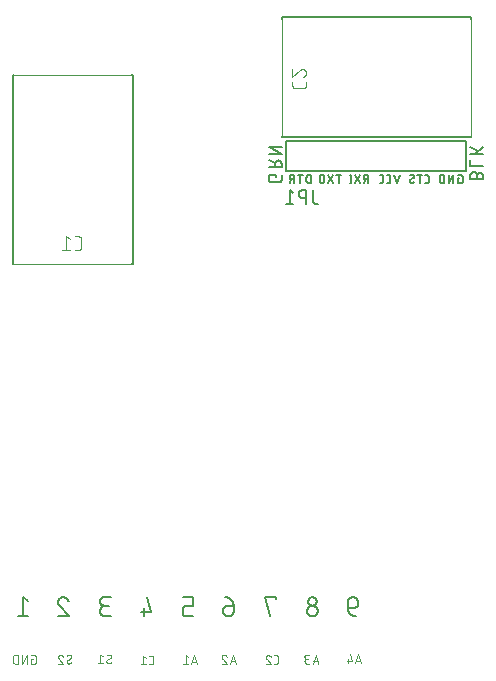
<source format=gbr>
G04 EAGLE Gerber RS-274X export*
G75*
%MOMM*%
%FSLAX34Y34*%
%LPD*%
%INSilkscreen Bottom*%
%IPPOS*%
%AMOC8*
5,1,8,0,0,1.08239X$1,22.5*%
G01*
%ADD10C,0.076200*%
%ADD11C,0.152400*%
%ADD12C,0.100000*%
%ADD13C,0.200000*%
%ADD14C,0.101600*%
%ADD15C,0.127000*%
%ADD16C,0.203200*%


D10*
X84214Y23203D02*
X82987Y23203D01*
X82987Y19111D01*
X85442Y19111D01*
X85520Y19113D01*
X85598Y19118D01*
X85675Y19128D01*
X85752Y19141D01*
X85828Y19157D01*
X85903Y19177D01*
X85977Y19201D01*
X86050Y19228D01*
X86122Y19259D01*
X86192Y19293D01*
X86261Y19330D01*
X86327Y19371D01*
X86392Y19415D01*
X86454Y19461D01*
X86514Y19511D01*
X86572Y19563D01*
X86627Y19618D01*
X86679Y19676D01*
X86729Y19736D01*
X86775Y19798D01*
X86819Y19863D01*
X86860Y19930D01*
X86897Y19998D01*
X86931Y20068D01*
X86962Y20140D01*
X86989Y20213D01*
X87013Y20287D01*
X87033Y20362D01*
X87049Y20438D01*
X87062Y20515D01*
X87072Y20592D01*
X87077Y20670D01*
X87079Y20748D01*
X87079Y24840D01*
X87077Y24918D01*
X87072Y24996D01*
X87062Y25073D01*
X87049Y25150D01*
X87033Y25226D01*
X87013Y25301D01*
X86989Y25375D01*
X86962Y25448D01*
X86931Y25520D01*
X86897Y25590D01*
X86860Y25659D01*
X86819Y25725D01*
X86775Y25790D01*
X86729Y25852D01*
X86679Y25912D01*
X86627Y25970D01*
X86572Y26025D01*
X86514Y26077D01*
X86454Y26127D01*
X86392Y26173D01*
X86327Y26217D01*
X86261Y26258D01*
X86192Y26295D01*
X86122Y26329D01*
X86050Y26360D01*
X85977Y26387D01*
X85903Y26411D01*
X85828Y26431D01*
X85752Y26447D01*
X85675Y26460D01*
X85598Y26470D01*
X85520Y26475D01*
X85442Y26477D01*
X82987Y26477D01*
X79276Y26477D02*
X79276Y19111D01*
X75184Y19111D02*
X79276Y26477D01*
X75184Y26477D02*
X75184Y19111D01*
X71473Y19111D02*
X71473Y26477D01*
X69427Y26477D01*
X69338Y26475D01*
X69249Y26469D01*
X69160Y26459D01*
X69072Y26446D01*
X68984Y26429D01*
X68897Y26407D01*
X68812Y26382D01*
X68727Y26354D01*
X68644Y26321D01*
X68562Y26285D01*
X68482Y26246D01*
X68404Y26203D01*
X68328Y26157D01*
X68253Y26107D01*
X68181Y26054D01*
X68112Y25998D01*
X68045Y25939D01*
X67980Y25878D01*
X67919Y25813D01*
X67860Y25746D01*
X67804Y25677D01*
X67751Y25605D01*
X67701Y25530D01*
X67655Y25454D01*
X67612Y25376D01*
X67573Y25296D01*
X67537Y25214D01*
X67504Y25131D01*
X67476Y25046D01*
X67451Y24961D01*
X67429Y24874D01*
X67412Y24786D01*
X67399Y24698D01*
X67389Y24609D01*
X67383Y24520D01*
X67381Y24431D01*
X67381Y21157D01*
X67383Y21068D01*
X67389Y20979D01*
X67399Y20890D01*
X67412Y20802D01*
X67429Y20714D01*
X67451Y20627D01*
X67476Y20542D01*
X67504Y20457D01*
X67537Y20374D01*
X67573Y20292D01*
X67612Y20212D01*
X67655Y20134D01*
X67701Y20058D01*
X67751Y19983D01*
X67804Y19911D01*
X67860Y19842D01*
X67919Y19775D01*
X67980Y19710D01*
X68045Y19649D01*
X68112Y19590D01*
X68181Y19534D01*
X68253Y19481D01*
X68328Y19431D01*
X68404Y19385D01*
X68482Y19342D01*
X68562Y19303D01*
X68644Y19267D01*
X68727Y19234D01*
X68812Y19206D01*
X68897Y19181D01*
X68984Y19159D01*
X69072Y19142D01*
X69160Y19129D01*
X69249Y19119D01*
X69338Y19113D01*
X69427Y19111D01*
X71473Y19111D01*
X112987Y20748D02*
X112989Y20670D01*
X112994Y20592D01*
X113004Y20515D01*
X113017Y20438D01*
X113033Y20362D01*
X113053Y20287D01*
X113077Y20213D01*
X113104Y20140D01*
X113135Y20068D01*
X113169Y19998D01*
X113206Y19929D01*
X113247Y19863D01*
X113291Y19798D01*
X113337Y19736D01*
X113387Y19676D01*
X113439Y19618D01*
X113494Y19563D01*
X113552Y19511D01*
X113612Y19461D01*
X113674Y19415D01*
X113739Y19371D01*
X113806Y19330D01*
X113874Y19293D01*
X113944Y19259D01*
X114016Y19228D01*
X114089Y19201D01*
X114163Y19177D01*
X114238Y19157D01*
X114314Y19141D01*
X114391Y19128D01*
X114468Y19118D01*
X114546Y19113D01*
X114624Y19111D01*
X114738Y19113D01*
X114851Y19118D01*
X114965Y19128D01*
X115078Y19141D01*
X115190Y19158D01*
X115302Y19178D01*
X115413Y19202D01*
X115524Y19230D01*
X115633Y19261D01*
X115741Y19296D01*
X115848Y19335D01*
X115954Y19377D01*
X116058Y19422D01*
X116161Y19471D01*
X116262Y19524D01*
X116361Y19579D01*
X116459Y19638D01*
X116554Y19700D01*
X116647Y19765D01*
X116739Y19833D01*
X116827Y19904D01*
X116914Y19978D01*
X116998Y20055D01*
X117079Y20134D01*
X116875Y24840D02*
X116873Y24918D01*
X116868Y24996D01*
X116858Y25073D01*
X116845Y25150D01*
X116829Y25226D01*
X116809Y25301D01*
X116785Y25375D01*
X116758Y25448D01*
X116727Y25520D01*
X116693Y25590D01*
X116656Y25659D01*
X116615Y25725D01*
X116571Y25790D01*
X116525Y25852D01*
X116475Y25912D01*
X116423Y25970D01*
X116368Y26025D01*
X116310Y26077D01*
X116250Y26127D01*
X116188Y26173D01*
X116123Y26217D01*
X116057Y26258D01*
X115988Y26295D01*
X115918Y26329D01*
X115846Y26360D01*
X115773Y26387D01*
X115699Y26411D01*
X115624Y26431D01*
X115548Y26447D01*
X115471Y26460D01*
X115394Y26470D01*
X115316Y26475D01*
X115238Y26477D01*
X115128Y26475D01*
X115019Y26469D01*
X114909Y26459D01*
X114801Y26446D01*
X114692Y26428D01*
X114585Y26407D01*
X114478Y26381D01*
X114372Y26352D01*
X114267Y26320D01*
X114164Y26283D01*
X114062Y26243D01*
X113961Y26199D01*
X113862Y26151D01*
X113765Y26101D01*
X113670Y26046D01*
X113577Y25988D01*
X113486Y25927D01*
X113397Y25863D01*
X116056Y23407D02*
X116123Y23449D01*
X116188Y23493D01*
X116250Y23541D01*
X116310Y23591D01*
X116368Y23644D01*
X116423Y23700D01*
X116475Y23759D01*
X116525Y23819D01*
X116572Y23883D01*
X116615Y23948D01*
X116656Y24015D01*
X116693Y24084D01*
X116727Y24155D01*
X116758Y24227D01*
X116785Y24301D01*
X116809Y24375D01*
X116829Y24451D01*
X116845Y24528D01*
X116858Y24605D01*
X116868Y24683D01*
X116873Y24762D01*
X116875Y24840D01*
X113805Y22180D02*
X113739Y22139D01*
X113674Y22094D01*
X113612Y22047D01*
X113552Y21996D01*
X113494Y21943D01*
X113439Y21887D01*
X113386Y21829D01*
X113337Y21768D01*
X113290Y21705D01*
X113247Y21640D01*
X113206Y21573D01*
X113169Y21504D01*
X113135Y21433D01*
X113104Y21361D01*
X113077Y21287D01*
X113053Y21212D01*
X113033Y21137D01*
X113017Y21060D01*
X113004Y20983D01*
X112994Y20905D01*
X112989Y20826D01*
X112987Y20748D01*
X113805Y22180D02*
X116056Y23408D01*
X107757Y26478D02*
X107672Y26476D01*
X107587Y26470D01*
X107503Y26460D01*
X107419Y26447D01*
X107335Y26429D01*
X107253Y26408D01*
X107172Y26383D01*
X107092Y26354D01*
X107013Y26321D01*
X106936Y26285D01*
X106861Y26245D01*
X106787Y26202D01*
X106716Y26156D01*
X106647Y26106D01*
X106580Y26053D01*
X106516Y25997D01*
X106455Y25938D01*
X106396Y25877D01*
X106340Y25813D01*
X106287Y25746D01*
X106237Y25677D01*
X106191Y25606D01*
X106148Y25532D01*
X106108Y25457D01*
X106072Y25380D01*
X106039Y25301D01*
X106010Y25221D01*
X105985Y25140D01*
X105964Y25058D01*
X105946Y24974D01*
X105933Y24890D01*
X105923Y24806D01*
X105917Y24721D01*
X105915Y24636D01*
X107757Y26477D02*
X107853Y26475D01*
X107949Y26469D01*
X108044Y26459D01*
X108139Y26446D01*
X108234Y26428D01*
X108327Y26407D01*
X108420Y26382D01*
X108511Y26353D01*
X108602Y26321D01*
X108691Y26285D01*
X108778Y26245D01*
X108864Y26202D01*
X108948Y26156D01*
X109030Y26106D01*
X109110Y26052D01*
X109187Y25996D01*
X109262Y25936D01*
X109335Y25874D01*
X109405Y25808D01*
X109473Y25740D01*
X109538Y25669D01*
X109599Y25596D01*
X109658Y25520D01*
X109714Y25441D01*
X109766Y25361D01*
X109815Y25278D01*
X109861Y25194D01*
X109903Y25108D01*
X109941Y25020D01*
X109976Y24931D01*
X110008Y24840D01*
X106529Y23204D02*
X106469Y23263D01*
X106412Y23325D01*
X106357Y23389D01*
X106306Y23456D01*
X106257Y23525D01*
X106211Y23595D01*
X106168Y23668D01*
X106128Y23742D01*
X106092Y23818D01*
X106059Y23896D01*
X106029Y23975D01*
X106002Y24055D01*
X105979Y24136D01*
X105960Y24218D01*
X105944Y24300D01*
X105931Y24384D01*
X105922Y24468D01*
X105917Y24552D01*
X105915Y24636D01*
X106529Y23203D02*
X110008Y19111D01*
X105915Y19111D01*
X146657Y21068D02*
X146659Y20990D01*
X146664Y20912D01*
X146674Y20835D01*
X146687Y20758D01*
X146703Y20682D01*
X146723Y20607D01*
X146747Y20533D01*
X146774Y20460D01*
X146805Y20388D01*
X146839Y20318D01*
X146876Y20249D01*
X146917Y20183D01*
X146961Y20118D01*
X147007Y20056D01*
X147057Y19996D01*
X147109Y19938D01*
X147164Y19883D01*
X147222Y19831D01*
X147282Y19781D01*
X147344Y19735D01*
X147409Y19691D01*
X147476Y19650D01*
X147544Y19613D01*
X147614Y19579D01*
X147686Y19548D01*
X147759Y19521D01*
X147833Y19497D01*
X147908Y19477D01*
X147984Y19461D01*
X148061Y19448D01*
X148138Y19438D01*
X148216Y19433D01*
X148294Y19431D01*
X148408Y19433D01*
X148521Y19438D01*
X148635Y19448D01*
X148748Y19461D01*
X148860Y19478D01*
X148972Y19498D01*
X149083Y19522D01*
X149194Y19550D01*
X149303Y19581D01*
X149411Y19616D01*
X149518Y19655D01*
X149624Y19697D01*
X149728Y19742D01*
X149831Y19791D01*
X149932Y19844D01*
X150031Y19899D01*
X150129Y19958D01*
X150224Y20020D01*
X150317Y20085D01*
X150409Y20153D01*
X150497Y20224D01*
X150584Y20298D01*
X150668Y20375D01*
X150749Y20454D01*
X150545Y25160D02*
X150543Y25238D01*
X150538Y25316D01*
X150528Y25393D01*
X150515Y25470D01*
X150499Y25546D01*
X150479Y25621D01*
X150455Y25695D01*
X150428Y25768D01*
X150397Y25840D01*
X150363Y25910D01*
X150326Y25979D01*
X150285Y26045D01*
X150241Y26110D01*
X150195Y26172D01*
X150145Y26232D01*
X150093Y26290D01*
X150038Y26345D01*
X149980Y26397D01*
X149920Y26447D01*
X149858Y26493D01*
X149793Y26537D01*
X149727Y26578D01*
X149658Y26615D01*
X149588Y26649D01*
X149516Y26680D01*
X149443Y26707D01*
X149369Y26731D01*
X149294Y26751D01*
X149218Y26767D01*
X149141Y26780D01*
X149064Y26790D01*
X148986Y26795D01*
X148908Y26797D01*
X148798Y26795D01*
X148689Y26789D01*
X148579Y26779D01*
X148471Y26766D01*
X148362Y26748D01*
X148255Y26727D01*
X148148Y26701D01*
X148042Y26672D01*
X147937Y26640D01*
X147834Y26603D01*
X147732Y26563D01*
X147631Y26519D01*
X147532Y26471D01*
X147435Y26421D01*
X147340Y26366D01*
X147247Y26308D01*
X147156Y26247D01*
X147067Y26183D01*
X149726Y23727D02*
X149793Y23769D01*
X149858Y23813D01*
X149920Y23861D01*
X149980Y23911D01*
X150038Y23964D01*
X150093Y24020D01*
X150145Y24079D01*
X150195Y24139D01*
X150242Y24203D01*
X150285Y24268D01*
X150326Y24335D01*
X150363Y24404D01*
X150397Y24475D01*
X150428Y24547D01*
X150455Y24621D01*
X150479Y24695D01*
X150499Y24771D01*
X150515Y24848D01*
X150528Y24925D01*
X150538Y25003D01*
X150543Y25082D01*
X150545Y25160D01*
X147475Y22500D02*
X147409Y22459D01*
X147344Y22414D01*
X147282Y22367D01*
X147222Y22316D01*
X147164Y22263D01*
X147109Y22207D01*
X147056Y22149D01*
X147007Y22088D01*
X146960Y22025D01*
X146917Y21960D01*
X146876Y21893D01*
X146839Y21824D01*
X146805Y21753D01*
X146774Y21681D01*
X146747Y21607D01*
X146723Y21532D01*
X146703Y21457D01*
X146687Y21380D01*
X146674Y21303D01*
X146664Y21225D01*
X146659Y21146D01*
X146657Y21068D01*
X147475Y22500D02*
X149726Y23728D01*
X143678Y25160D02*
X141632Y26797D01*
X141632Y19431D01*
X143678Y19431D02*
X139585Y19431D01*
X182895Y18481D02*
X184532Y18481D01*
X184610Y18483D01*
X184688Y18488D01*
X184765Y18498D01*
X184842Y18511D01*
X184918Y18527D01*
X184993Y18547D01*
X185067Y18571D01*
X185140Y18598D01*
X185212Y18629D01*
X185282Y18663D01*
X185351Y18700D01*
X185417Y18741D01*
X185482Y18785D01*
X185544Y18831D01*
X185604Y18881D01*
X185662Y18933D01*
X185717Y18988D01*
X185769Y19046D01*
X185819Y19106D01*
X185865Y19168D01*
X185909Y19233D01*
X185950Y19300D01*
X185987Y19368D01*
X186021Y19438D01*
X186052Y19510D01*
X186079Y19583D01*
X186103Y19657D01*
X186123Y19732D01*
X186139Y19808D01*
X186152Y19885D01*
X186162Y19962D01*
X186167Y20040D01*
X186169Y20118D01*
X186169Y24210D01*
X186167Y24288D01*
X186162Y24366D01*
X186152Y24443D01*
X186139Y24520D01*
X186123Y24596D01*
X186103Y24671D01*
X186079Y24745D01*
X186052Y24818D01*
X186021Y24890D01*
X185987Y24960D01*
X185950Y25029D01*
X185909Y25095D01*
X185865Y25160D01*
X185819Y25222D01*
X185769Y25282D01*
X185717Y25340D01*
X185662Y25395D01*
X185604Y25447D01*
X185544Y25497D01*
X185482Y25543D01*
X185417Y25587D01*
X185351Y25628D01*
X185282Y25665D01*
X185212Y25699D01*
X185140Y25730D01*
X185067Y25757D01*
X184993Y25781D01*
X184918Y25801D01*
X184842Y25817D01*
X184765Y25830D01*
X184688Y25840D01*
X184610Y25845D01*
X184532Y25847D01*
X182895Y25847D01*
X180050Y24210D02*
X178004Y25847D01*
X178004Y18481D01*
X180050Y18481D02*
X175958Y18481D01*
X221044Y26167D02*
X223499Y18801D01*
X218588Y18801D02*
X221044Y26167D01*
X222885Y20643D02*
X219202Y20643D01*
X215775Y24530D02*
X213729Y26167D01*
X213729Y18801D01*
X215775Y18801D02*
X211682Y18801D01*
X253774Y26487D02*
X256229Y19121D01*
X251318Y19121D02*
X253774Y26487D01*
X255615Y20963D02*
X251932Y20963D01*
X246254Y26488D02*
X246169Y26486D01*
X246084Y26480D01*
X246000Y26470D01*
X245916Y26457D01*
X245832Y26439D01*
X245750Y26418D01*
X245669Y26393D01*
X245589Y26364D01*
X245510Y26331D01*
X245433Y26295D01*
X245358Y26255D01*
X245284Y26212D01*
X245213Y26166D01*
X245144Y26116D01*
X245077Y26063D01*
X245013Y26007D01*
X244952Y25948D01*
X244893Y25887D01*
X244837Y25823D01*
X244784Y25756D01*
X244734Y25687D01*
X244688Y25616D01*
X244645Y25542D01*
X244605Y25467D01*
X244569Y25390D01*
X244536Y25311D01*
X244507Y25231D01*
X244482Y25150D01*
X244461Y25068D01*
X244443Y24984D01*
X244430Y24900D01*
X244420Y24816D01*
X244414Y24731D01*
X244412Y24646D01*
X246254Y26487D02*
X246350Y26485D01*
X246446Y26479D01*
X246541Y26469D01*
X246636Y26456D01*
X246731Y26438D01*
X246824Y26417D01*
X246917Y26392D01*
X247008Y26363D01*
X247099Y26331D01*
X247188Y26295D01*
X247275Y26255D01*
X247361Y26212D01*
X247445Y26166D01*
X247527Y26116D01*
X247607Y26062D01*
X247684Y26006D01*
X247759Y25946D01*
X247832Y25884D01*
X247902Y25818D01*
X247970Y25750D01*
X248035Y25679D01*
X248096Y25606D01*
X248155Y25530D01*
X248211Y25451D01*
X248263Y25371D01*
X248312Y25288D01*
X248358Y25204D01*
X248400Y25118D01*
X248438Y25030D01*
X248473Y24941D01*
X248505Y24850D01*
X245026Y23214D02*
X244966Y23273D01*
X244909Y23335D01*
X244854Y23399D01*
X244803Y23466D01*
X244754Y23535D01*
X244708Y23605D01*
X244665Y23678D01*
X244625Y23752D01*
X244589Y23828D01*
X244556Y23906D01*
X244526Y23985D01*
X244499Y24065D01*
X244476Y24146D01*
X244457Y24228D01*
X244441Y24310D01*
X244428Y24394D01*
X244419Y24478D01*
X244414Y24562D01*
X244412Y24646D01*
X245026Y23213D02*
X248505Y19121D01*
X244412Y19121D01*
X323774Y26487D02*
X326229Y19121D01*
X321318Y19121D02*
X323774Y26487D01*
X325615Y20963D02*
X321932Y20963D01*
X318505Y19121D02*
X316459Y19121D01*
X316370Y19123D01*
X316281Y19129D01*
X316192Y19139D01*
X316104Y19152D01*
X316016Y19169D01*
X315929Y19191D01*
X315844Y19216D01*
X315759Y19244D01*
X315676Y19277D01*
X315594Y19313D01*
X315514Y19352D01*
X315436Y19395D01*
X315360Y19441D01*
X315285Y19491D01*
X315213Y19544D01*
X315144Y19600D01*
X315077Y19659D01*
X315012Y19720D01*
X314951Y19785D01*
X314892Y19852D01*
X314836Y19921D01*
X314783Y19993D01*
X314733Y20068D01*
X314687Y20144D01*
X314644Y20222D01*
X314605Y20302D01*
X314569Y20384D01*
X314536Y20467D01*
X314508Y20552D01*
X314483Y20637D01*
X314461Y20724D01*
X314444Y20812D01*
X314431Y20900D01*
X314421Y20989D01*
X314415Y21078D01*
X314413Y21167D01*
X314415Y21256D01*
X314421Y21345D01*
X314431Y21434D01*
X314444Y21522D01*
X314461Y21610D01*
X314483Y21697D01*
X314508Y21782D01*
X314536Y21867D01*
X314569Y21950D01*
X314605Y22032D01*
X314644Y22112D01*
X314687Y22190D01*
X314733Y22266D01*
X314783Y22341D01*
X314836Y22413D01*
X314892Y22482D01*
X314951Y22549D01*
X315012Y22614D01*
X315077Y22675D01*
X315144Y22734D01*
X315213Y22790D01*
X315285Y22843D01*
X315360Y22893D01*
X315436Y22939D01*
X315514Y22982D01*
X315594Y23021D01*
X315676Y23057D01*
X315759Y23090D01*
X315844Y23118D01*
X315929Y23143D01*
X316016Y23165D01*
X316104Y23182D01*
X316192Y23195D01*
X316281Y23205D01*
X316370Y23211D01*
X316459Y23213D01*
X316049Y26487D02*
X318505Y26487D01*
X316049Y26487D02*
X315970Y26485D01*
X315891Y26479D01*
X315812Y26470D01*
X315734Y26457D01*
X315657Y26439D01*
X315581Y26419D01*
X315506Y26394D01*
X315432Y26366D01*
X315359Y26335D01*
X315288Y26299D01*
X315219Y26261D01*
X315152Y26219D01*
X315087Y26174D01*
X315024Y26126D01*
X314963Y26075D01*
X314906Y26021D01*
X314850Y25965D01*
X314798Y25906D01*
X314748Y25844D01*
X314702Y25780D01*
X314658Y25714D01*
X314618Y25646D01*
X314582Y25576D01*
X314548Y25504D01*
X314518Y25430D01*
X314492Y25356D01*
X314469Y25280D01*
X314451Y25203D01*
X314435Y25126D01*
X314424Y25047D01*
X314416Y24969D01*
X314412Y24890D01*
X314412Y24810D01*
X314416Y24731D01*
X314424Y24653D01*
X314435Y24574D01*
X314451Y24497D01*
X314469Y24420D01*
X314492Y24344D01*
X314518Y24270D01*
X314548Y24196D01*
X314582Y24124D01*
X314618Y24054D01*
X314658Y23986D01*
X314702Y23920D01*
X314748Y23856D01*
X314798Y23794D01*
X314850Y23735D01*
X314906Y23679D01*
X314963Y23625D01*
X315024Y23574D01*
X315087Y23526D01*
X315152Y23481D01*
X315219Y23439D01*
X315288Y23401D01*
X315359Y23365D01*
X315432Y23334D01*
X315506Y23306D01*
X315581Y23281D01*
X315657Y23261D01*
X315734Y23243D01*
X315812Y23230D01*
X315891Y23221D01*
X315970Y23215D01*
X316049Y23213D01*
X317686Y23213D01*
X359534Y26807D02*
X361989Y19441D01*
X357078Y19441D02*
X359534Y26807D01*
X361375Y21283D02*
X357692Y21283D01*
X354265Y21078D02*
X352628Y26807D01*
X354265Y21078D02*
X350172Y21078D01*
X351400Y22715D02*
X351400Y19441D01*
X290442Y18801D02*
X288805Y18801D01*
X290442Y18801D02*
X290520Y18803D01*
X290598Y18808D01*
X290675Y18818D01*
X290752Y18831D01*
X290828Y18847D01*
X290903Y18867D01*
X290977Y18891D01*
X291050Y18918D01*
X291122Y18949D01*
X291192Y18983D01*
X291261Y19020D01*
X291327Y19061D01*
X291392Y19105D01*
X291454Y19151D01*
X291514Y19201D01*
X291572Y19253D01*
X291627Y19308D01*
X291679Y19366D01*
X291729Y19426D01*
X291775Y19488D01*
X291819Y19553D01*
X291860Y19620D01*
X291897Y19688D01*
X291931Y19758D01*
X291962Y19830D01*
X291989Y19903D01*
X292013Y19977D01*
X292033Y20052D01*
X292049Y20128D01*
X292062Y20205D01*
X292072Y20282D01*
X292077Y20360D01*
X292079Y20438D01*
X292079Y24530D01*
X292077Y24608D01*
X292072Y24686D01*
X292062Y24763D01*
X292049Y24840D01*
X292033Y24916D01*
X292013Y24991D01*
X291989Y25065D01*
X291962Y25138D01*
X291931Y25210D01*
X291897Y25280D01*
X291860Y25349D01*
X291819Y25415D01*
X291775Y25480D01*
X291729Y25542D01*
X291679Y25602D01*
X291627Y25660D01*
X291572Y25715D01*
X291514Y25767D01*
X291454Y25817D01*
X291392Y25863D01*
X291327Y25907D01*
X291261Y25948D01*
X291192Y25985D01*
X291122Y26019D01*
X291050Y26050D01*
X290977Y26077D01*
X290903Y26101D01*
X290828Y26121D01*
X290752Y26137D01*
X290675Y26150D01*
X290598Y26160D01*
X290520Y26165D01*
X290442Y26167D01*
X288805Y26167D01*
X283709Y26168D02*
X283624Y26166D01*
X283539Y26160D01*
X283455Y26150D01*
X283371Y26137D01*
X283287Y26119D01*
X283205Y26098D01*
X283124Y26073D01*
X283044Y26044D01*
X282965Y26011D01*
X282888Y25975D01*
X282813Y25935D01*
X282739Y25892D01*
X282668Y25846D01*
X282599Y25796D01*
X282532Y25743D01*
X282468Y25687D01*
X282407Y25628D01*
X282348Y25567D01*
X282292Y25503D01*
X282239Y25436D01*
X282189Y25367D01*
X282143Y25296D01*
X282100Y25222D01*
X282060Y25147D01*
X282024Y25070D01*
X281991Y24991D01*
X281962Y24911D01*
X281937Y24830D01*
X281916Y24748D01*
X281898Y24664D01*
X281885Y24580D01*
X281875Y24496D01*
X281869Y24411D01*
X281867Y24326D01*
X283709Y26167D02*
X283805Y26165D01*
X283901Y26159D01*
X283996Y26149D01*
X284091Y26136D01*
X284186Y26118D01*
X284279Y26097D01*
X284372Y26072D01*
X284463Y26043D01*
X284554Y26011D01*
X284643Y25975D01*
X284730Y25935D01*
X284816Y25892D01*
X284900Y25846D01*
X284982Y25796D01*
X285062Y25742D01*
X285139Y25686D01*
X285214Y25626D01*
X285287Y25564D01*
X285357Y25498D01*
X285425Y25430D01*
X285490Y25359D01*
X285551Y25286D01*
X285610Y25210D01*
X285666Y25131D01*
X285718Y25051D01*
X285767Y24968D01*
X285813Y24884D01*
X285855Y24798D01*
X285893Y24710D01*
X285928Y24621D01*
X285960Y24530D01*
X282482Y22894D02*
X282422Y22953D01*
X282365Y23015D01*
X282310Y23079D01*
X282259Y23146D01*
X282210Y23215D01*
X282164Y23285D01*
X282121Y23358D01*
X282081Y23432D01*
X282045Y23508D01*
X282012Y23586D01*
X281982Y23665D01*
X281955Y23745D01*
X281932Y23826D01*
X281913Y23908D01*
X281897Y23990D01*
X281884Y24074D01*
X281875Y24158D01*
X281870Y24242D01*
X281868Y24326D01*
X282482Y22893D02*
X285960Y18801D01*
X281868Y18801D01*
D11*
X80518Y71826D02*
X76002Y75438D01*
X76002Y59182D01*
X71487Y59182D02*
X80518Y59182D01*
X105777Y71374D02*
X105779Y71499D01*
X105785Y71624D01*
X105794Y71749D01*
X105808Y71873D01*
X105825Y71997D01*
X105846Y72121D01*
X105871Y72243D01*
X105900Y72365D01*
X105932Y72486D01*
X105968Y72606D01*
X106008Y72725D01*
X106051Y72842D01*
X106098Y72958D01*
X106149Y73073D01*
X106203Y73185D01*
X106261Y73297D01*
X106321Y73406D01*
X106386Y73513D01*
X106453Y73619D01*
X106524Y73722D01*
X106598Y73823D01*
X106675Y73922D01*
X106755Y74018D01*
X106838Y74112D01*
X106923Y74203D01*
X107012Y74292D01*
X107103Y74377D01*
X107197Y74460D01*
X107293Y74540D01*
X107392Y74617D01*
X107493Y74691D01*
X107596Y74762D01*
X107702Y74829D01*
X107809Y74894D01*
X107918Y74954D01*
X108030Y75012D01*
X108142Y75066D01*
X108257Y75117D01*
X108373Y75164D01*
X108490Y75207D01*
X108609Y75247D01*
X108729Y75283D01*
X108850Y75315D01*
X108972Y75344D01*
X109094Y75369D01*
X109218Y75390D01*
X109342Y75407D01*
X109466Y75421D01*
X109591Y75430D01*
X109716Y75436D01*
X109841Y75438D01*
X109984Y75436D01*
X110126Y75430D01*
X110269Y75420D01*
X110411Y75407D01*
X110552Y75389D01*
X110694Y75368D01*
X110834Y75343D01*
X110974Y75314D01*
X111113Y75281D01*
X111251Y75244D01*
X111388Y75204D01*
X111523Y75160D01*
X111658Y75112D01*
X111791Y75060D01*
X111923Y75005D01*
X112053Y74946D01*
X112181Y74884D01*
X112308Y74818D01*
X112433Y74749D01*
X112556Y74677D01*
X112677Y74601D01*
X112795Y74522D01*
X112912Y74439D01*
X113026Y74354D01*
X113138Y74265D01*
X113247Y74174D01*
X113354Y74079D01*
X113459Y73982D01*
X113560Y73881D01*
X113659Y73778D01*
X113755Y73673D01*
X113848Y73564D01*
X113938Y73453D01*
X114025Y73340D01*
X114109Y73225D01*
X114189Y73107D01*
X114267Y72987D01*
X114341Y72865D01*
X114411Y72741D01*
X114479Y72615D01*
X114542Y72487D01*
X114603Y72358D01*
X114660Y72227D01*
X114713Y72095D01*
X114762Y71961D01*
X114808Y71826D01*
X107132Y68213D02*
X107038Y68305D01*
X106948Y68399D01*
X106860Y68496D01*
X106775Y68596D01*
X106693Y68698D01*
X106614Y68803D01*
X106539Y68910D01*
X106467Y69019D01*
X106398Y69130D01*
X106332Y69244D01*
X106270Y69359D01*
X106211Y69476D01*
X106156Y69595D01*
X106105Y69715D01*
X106057Y69837D01*
X106012Y69960D01*
X105972Y70084D01*
X105935Y70210D01*
X105902Y70337D01*
X105873Y70464D01*
X105847Y70593D01*
X105826Y70722D01*
X105808Y70852D01*
X105795Y70982D01*
X105785Y71112D01*
X105779Y71243D01*
X105777Y71374D01*
X107132Y68213D02*
X114808Y59182D01*
X105777Y59182D01*
X145852Y59182D02*
X150368Y59182D01*
X145852Y59182D02*
X145719Y59184D01*
X145587Y59190D01*
X145455Y59200D01*
X145323Y59213D01*
X145191Y59231D01*
X145061Y59252D01*
X144930Y59277D01*
X144801Y59306D01*
X144673Y59339D01*
X144545Y59375D01*
X144419Y59415D01*
X144294Y59459D01*
X144170Y59507D01*
X144048Y59558D01*
X143927Y59613D01*
X143808Y59671D01*
X143690Y59733D01*
X143575Y59798D01*
X143461Y59867D01*
X143350Y59938D01*
X143241Y60014D01*
X143134Y60092D01*
X143029Y60173D01*
X142927Y60258D01*
X142827Y60345D01*
X142730Y60435D01*
X142635Y60528D01*
X142544Y60624D01*
X142455Y60722D01*
X142369Y60823D01*
X142286Y60927D01*
X142206Y61033D01*
X142130Y61141D01*
X142056Y61251D01*
X141986Y61364D01*
X141919Y61478D01*
X141856Y61595D01*
X141796Y61713D01*
X141739Y61833D01*
X141686Y61955D01*
X141637Y62078D01*
X141591Y62202D01*
X141549Y62328D01*
X141511Y62455D01*
X141476Y62583D01*
X141445Y62712D01*
X141418Y62841D01*
X141395Y62972D01*
X141375Y63103D01*
X141360Y63235D01*
X141348Y63367D01*
X141340Y63499D01*
X141336Y63632D01*
X141336Y63764D01*
X141340Y63897D01*
X141348Y64029D01*
X141360Y64161D01*
X141375Y64293D01*
X141395Y64424D01*
X141418Y64555D01*
X141445Y64684D01*
X141476Y64813D01*
X141511Y64941D01*
X141549Y65068D01*
X141591Y65194D01*
X141637Y65318D01*
X141686Y65441D01*
X141739Y65563D01*
X141796Y65683D01*
X141856Y65801D01*
X141919Y65918D01*
X141986Y66032D01*
X142056Y66145D01*
X142130Y66255D01*
X142206Y66363D01*
X142286Y66469D01*
X142369Y66573D01*
X142455Y66674D01*
X142544Y66772D01*
X142635Y66868D01*
X142730Y66961D01*
X142827Y67051D01*
X142927Y67138D01*
X143029Y67223D01*
X143134Y67304D01*
X143241Y67382D01*
X143350Y67458D01*
X143461Y67529D01*
X143575Y67598D01*
X143690Y67663D01*
X143808Y67725D01*
X143927Y67783D01*
X144048Y67838D01*
X144170Y67889D01*
X144294Y67937D01*
X144419Y67981D01*
X144545Y68021D01*
X144673Y68057D01*
X144801Y68090D01*
X144930Y68119D01*
X145061Y68144D01*
X145191Y68165D01*
X145323Y68183D01*
X145455Y68196D01*
X145587Y68206D01*
X145719Y68212D01*
X145852Y68214D01*
X144949Y75438D02*
X150368Y75438D01*
X144949Y75438D02*
X144830Y75436D01*
X144710Y75430D01*
X144591Y75420D01*
X144473Y75406D01*
X144354Y75389D01*
X144237Y75367D01*
X144120Y75342D01*
X144005Y75312D01*
X143890Y75279D01*
X143776Y75242D01*
X143664Y75202D01*
X143553Y75157D01*
X143444Y75109D01*
X143336Y75058D01*
X143230Y75003D01*
X143126Y74944D01*
X143024Y74882D01*
X142924Y74817D01*
X142826Y74748D01*
X142730Y74676D01*
X142637Y74601D01*
X142547Y74524D01*
X142459Y74443D01*
X142374Y74359D01*
X142292Y74272D01*
X142212Y74183D01*
X142136Y74091D01*
X142062Y73997D01*
X141992Y73900D01*
X141925Y73802D01*
X141861Y73701D01*
X141801Y73597D01*
X141744Y73492D01*
X141691Y73385D01*
X141641Y73277D01*
X141595Y73167D01*
X141553Y73055D01*
X141514Y72942D01*
X141479Y72828D01*
X141448Y72713D01*
X141420Y72596D01*
X141397Y72479D01*
X141377Y72362D01*
X141361Y72243D01*
X141349Y72124D01*
X141341Y72005D01*
X141337Y71886D01*
X141337Y71766D01*
X141341Y71647D01*
X141349Y71528D01*
X141361Y71409D01*
X141377Y71290D01*
X141397Y71173D01*
X141420Y71056D01*
X141448Y70939D01*
X141479Y70824D01*
X141514Y70710D01*
X141553Y70597D01*
X141595Y70485D01*
X141641Y70375D01*
X141691Y70267D01*
X141744Y70160D01*
X141801Y70055D01*
X141861Y69951D01*
X141925Y69850D01*
X141992Y69752D01*
X142062Y69655D01*
X142136Y69561D01*
X142212Y69469D01*
X142292Y69380D01*
X142374Y69293D01*
X142459Y69209D01*
X142547Y69128D01*
X142637Y69051D01*
X142730Y68976D01*
X142826Y68904D01*
X142924Y68835D01*
X143024Y68770D01*
X143126Y68708D01*
X143230Y68649D01*
X143336Y68594D01*
X143444Y68543D01*
X143553Y68495D01*
X143664Y68450D01*
X143776Y68410D01*
X143890Y68373D01*
X144005Y68340D01*
X144120Y68310D01*
X144237Y68285D01*
X144354Y68263D01*
X144473Y68246D01*
X144591Y68232D01*
X144710Y68222D01*
X144830Y68216D01*
X144949Y68214D01*
X144949Y68213D02*
X148562Y68213D01*
X181046Y75438D02*
X184658Y62794D01*
X175627Y62794D01*
X178336Y66407D02*
X178336Y59182D01*
X214799Y59182D02*
X220218Y59182D01*
X214799Y59182D02*
X214681Y59184D01*
X214563Y59190D01*
X214445Y59199D01*
X214328Y59213D01*
X214211Y59230D01*
X214094Y59251D01*
X213979Y59276D01*
X213864Y59305D01*
X213750Y59338D01*
X213638Y59374D01*
X213527Y59414D01*
X213417Y59457D01*
X213308Y59504D01*
X213201Y59554D01*
X213096Y59609D01*
X212993Y59666D01*
X212892Y59727D01*
X212792Y59791D01*
X212695Y59858D01*
X212600Y59928D01*
X212508Y60002D01*
X212417Y60078D01*
X212330Y60158D01*
X212245Y60240D01*
X212163Y60325D01*
X212083Y60412D01*
X212007Y60503D01*
X211933Y60595D01*
X211863Y60690D01*
X211796Y60787D01*
X211732Y60887D01*
X211671Y60988D01*
X211614Y61091D01*
X211559Y61196D01*
X211509Y61303D01*
X211462Y61412D01*
X211419Y61522D01*
X211379Y61633D01*
X211343Y61745D01*
X211310Y61859D01*
X211281Y61974D01*
X211256Y62089D01*
X211235Y62206D01*
X211218Y62323D01*
X211204Y62440D01*
X211195Y62558D01*
X211189Y62676D01*
X211187Y62794D01*
X211187Y64601D01*
X211189Y64719D01*
X211195Y64837D01*
X211204Y64955D01*
X211218Y65072D01*
X211235Y65189D01*
X211256Y65306D01*
X211281Y65421D01*
X211310Y65536D01*
X211343Y65650D01*
X211379Y65762D01*
X211419Y65873D01*
X211462Y65983D01*
X211509Y66092D01*
X211559Y66199D01*
X211614Y66304D01*
X211671Y66407D01*
X211732Y66508D01*
X211796Y66608D01*
X211863Y66705D01*
X211933Y66800D01*
X212007Y66892D01*
X212083Y66983D01*
X212163Y67070D01*
X212245Y67155D01*
X212330Y67237D01*
X212417Y67317D01*
X212508Y67393D01*
X212600Y67467D01*
X212695Y67537D01*
X212792Y67604D01*
X212892Y67668D01*
X212993Y67729D01*
X213096Y67786D01*
X213201Y67841D01*
X213308Y67891D01*
X213417Y67938D01*
X213527Y67981D01*
X213638Y68021D01*
X213750Y68057D01*
X213864Y68090D01*
X213979Y68119D01*
X214094Y68144D01*
X214211Y68165D01*
X214328Y68182D01*
X214445Y68196D01*
X214563Y68205D01*
X214681Y68211D01*
X214799Y68213D01*
X220218Y68213D01*
X220218Y75438D01*
X211187Y75438D01*
X249089Y68213D02*
X254508Y68213D01*
X249089Y68213D02*
X248971Y68211D01*
X248853Y68205D01*
X248735Y68196D01*
X248618Y68182D01*
X248501Y68165D01*
X248384Y68144D01*
X248269Y68119D01*
X248154Y68090D01*
X248040Y68057D01*
X247928Y68021D01*
X247817Y67981D01*
X247707Y67938D01*
X247598Y67891D01*
X247491Y67841D01*
X247386Y67786D01*
X247283Y67729D01*
X247182Y67668D01*
X247082Y67604D01*
X246985Y67537D01*
X246890Y67467D01*
X246798Y67393D01*
X246707Y67317D01*
X246620Y67237D01*
X246535Y67155D01*
X246453Y67070D01*
X246373Y66983D01*
X246297Y66892D01*
X246223Y66800D01*
X246153Y66705D01*
X246086Y66608D01*
X246022Y66508D01*
X245961Y66407D01*
X245904Y66304D01*
X245849Y66199D01*
X245799Y66092D01*
X245752Y65983D01*
X245709Y65873D01*
X245669Y65762D01*
X245633Y65650D01*
X245600Y65536D01*
X245571Y65421D01*
X245546Y65306D01*
X245525Y65189D01*
X245508Y65072D01*
X245494Y64955D01*
X245485Y64837D01*
X245479Y64719D01*
X245477Y64601D01*
X245477Y63698D01*
X245476Y63698D02*
X245478Y63565D01*
X245484Y63433D01*
X245494Y63301D01*
X245507Y63169D01*
X245525Y63037D01*
X245546Y62907D01*
X245571Y62776D01*
X245600Y62647D01*
X245633Y62519D01*
X245669Y62391D01*
X245709Y62265D01*
X245753Y62140D01*
X245801Y62016D01*
X245852Y61894D01*
X245907Y61773D01*
X245965Y61654D01*
X246027Y61536D01*
X246092Y61421D01*
X246161Y61307D01*
X246232Y61196D01*
X246308Y61087D01*
X246386Y60980D01*
X246467Y60875D01*
X246552Y60773D01*
X246639Y60673D01*
X246729Y60576D01*
X246822Y60481D01*
X246918Y60390D01*
X247016Y60301D01*
X247117Y60215D01*
X247221Y60132D01*
X247327Y60052D01*
X247435Y59976D01*
X247545Y59902D01*
X247658Y59832D01*
X247772Y59765D01*
X247889Y59702D01*
X248007Y59642D01*
X248127Y59585D01*
X248249Y59532D01*
X248372Y59483D01*
X248496Y59437D01*
X248622Y59395D01*
X248749Y59357D01*
X248877Y59322D01*
X249006Y59291D01*
X249135Y59264D01*
X249266Y59241D01*
X249397Y59221D01*
X249529Y59206D01*
X249661Y59194D01*
X249793Y59186D01*
X249926Y59182D01*
X250058Y59182D01*
X250191Y59186D01*
X250323Y59194D01*
X250455Y59206D01*
X250587Y59221D01*
X250718Y59241D01*
X250849Y59264D01*
X250978Y59291D01*
X251107Y59322D01*
X251235Y59357D01*
X251362Y59395D01*
X251488Y59437D01*
X251612Y59483D01*
X251735Y59532D01*
X251857Y59585D01*
X251977Y59642D01*
X252095Y59702D01*
X252212Y59765D01*
X252326Y59832D01*
X252439Y59902D01*
X252549Y59976D01*
X252657Y60052D01*
X252763Y60132D01*
X252867Y60215D01*
X252968Y60301D01*
X253066Y60390D01*
X253162Y60481D01*
X253255Y60576D01*
X253345Y60673D01*
X253432Y60773D01*
X253517Y60875D01*
X253598Y60980D01*
X253676Y61087D01*
X253752Y61196D01*
X253823Y61307D01*
X253892Y61421D01*
X253957Y61536D01*
X254019Y61654D01*
X254077Y61773D01*
X254132Y61894D01*
X254183Y62016D01*
X254231Y62140D01*
X254275Y62265D01*
X254315Y62391D01*
X254351Y62519D01*
X254384Y62647D01*
X254413Y62776D01*
X254438Y62907D01*
X254459Y63037D01*
X254477Y63169D01*
X254490Y63301D01*
X254500Y63433D01*
X254506Y63565D01*
X254508Y63698D01*
X254508Y68213D01*
X254506Y68388D01*
X254500Y68562D01*
X254489Y68736D01*
X254474Y68910D01*
X254455Y69084D01*
X254432Y69257D01*
X254405Y69429D01*
X254373Y69601D01*
X254338Y69772D01*
X254298Y69942D01*
X254254Y70111D01*
X254206Y70279D01*
X254154Y70446D01*
X254098Y70611D01*
X254038Y70775D01*
X253975Y70938D01*
X253907Y71098D01*
X253835Y71258D01*
X253760Y71415D01*
X253680Y71571D01*
X253597Y71724D01*
X253511Y71876D01*
X253420Y72025D01*
X253326Y72172D01*
X253229Y72317D01*
X253128Y72460D01*
X253024Y72600D01*
X252916Y72737D01*
X252805Y72872D01*
X252691Y73004D01*
X252574Y73133D01*
X252453Y73260D01*
X252330Y73383D01*
X252203Y73504D01*
X252074Y73621D01*
X251942Y73735D01*
X251807Y73846D01*
X251670Y73954D01*
X251530Y74058D01*
X251387Y74159D01*
X251242Y74256D01*
X251095Y74350D01*
X250946Y74441D01*
X250794Y74527D01*
X250641Y74610D01*
X250485Y74690D01*
X250328Y74765D01*
X250168Y74837D01*
X250008Y74905D01*
X249845Y74968D01*
X249681Y75028D01*
X249516Y75084D01*
X249349Y75136D01*
X249181Y75184D01*
X249012Y75228D01*
X248842Y75268D01*
X248671Y75303D01*
X248499Y75335D01*
X248327Y75362D01*
X248154Y75385D01*
X247980Y75404D01*
X247806Y75419D01*
X247632Y75430D01*
X247458Y75436D01*
X247283Y75438D01*
X290068Y75438D02*
X290068Y73632D01*
X290068Y75438D02*
X281037Y75438D01*
X285552Y59182D01*
X316596Y63698D02*
X316598Y63831D01*
X316604Y63963D01*
X316614Y64095D01*
X316627Y64227D01*
X316645Y64359D01*
X316666Y64489D01*
X316691Y64620D01*
X316720Y64749D01*
X316753Y64877D01*
X316789Y65005D01*
X316829Y65131D01*
X316873Y65256D01*
X316921Y65380D01*
X316972Y65502D01*
X317027Y65623D01*
X317085Y65742D01*
X317147Y65860D01*
X317212Y65975D01*
X317281Y66089D01*
X317352Y66200D01*
X317428Y66309D01*
X317506Y66416D01*
X317587Y66521D01*
X317672Y66623D01*
X317759Y66723D01*
X317849Y66820D01*
X317942Y66915D01*
X318038Y67006D01*
X318136Y67095D01*
X318237Y67181D01*
X318341Y67264D01*
X318447Y67344D01*
X318555Y67420D01*
X318665Y67494D01*
X318778Y67564D01*
X318892Y67631D01*
X319009Y67694D01*
X319127Y67754D01*
X319247Y67811D01*
X319369Y67864D01*
X319492Y67913D01*
X319616Y67959D01*
X319742Y68001D01*
X319869Y68039D01*
X319997Y68074D01*
X320126Y68105D01*
X320255Y68132D01*
X320386Y68155D01*
X320517Y68175D01*
X320649Y68190D01*
X320781Y68202D01*
X320913Y68210D01*
X321046Y68214D01*
X321178Y68214D01*
X321311Y68210D01*
X321443Y68202D01*
X321575Y68190D01*
X321707Y68175D01*
X321838Y68155D01*
X321969Y68132D01*
X322098Y68105D01*
X322227Y68074D01*
X322355Y68039D01*
X322482Y68001D01*
X322608Y67959D01*
X322732Y67913D01*
X322855Y67864D01*
X322977Y67811D01*
X323097Y67754D01*
X323215Y67694D01*
X323332Y67631D01*
X323446Y67564D01*
X323559Y67494D01*
X323669Y67420D01*
X323777Y67344D01*
X323883Y67264D01*
X323987Y67181D01*
X324088Y67095D01*
X324186Y67006D01*
X324282Y66915D01*
X324375Y66820D01*
X324465Y66723D01*
X324552Y66623D01*
X324637Y66521D01*
X324718Y66416D01*
X324796Y66309D01*
X324872Y66200D01*
X324943Y66089D01*
X325012Y65975D01*
X325077Y65860D01*
X325139Y65742D01*
X325197Y65623D01*
X325252Y65502D01*
X325303Y65380D01*
X325351Y65256D01*
X325395Y65131D01*
X325435Y65005D01*
X325471Y64877D01*
X325504Y64749D01*
X325533Y64620D01*
X325558Y64489D01*
X325579Y64359D01*
X325597Y64227D01*
X325610Y64095D01*
X325620Y63963D01*
X325626Y63831D01*
X325628Y63698D01*
X325626Y63565D01*
X325620Y63433D01*
X325610Y63301D01*
X325597Y63169D01*
X325579Y63037D01*
X325558Y62907D01*
X325533Y62776D01*
X325504Y62647D01*
X325471Y62519D01*
X325435Y62391D01*
X325395Y62265D01*
X325351Y62140D01*
X325303Y62016D01*
X325252Y61894D01*
X325197Y61773D01*
X325139Y61654D01*
X325077Y61536D01*
X325012Y61421D01*
X324943Y61307D01*
X324872Y61196D01*
X324796Y61087D01*
X324718Y60980D01*
X324637Y60875D01*
X324552Y60773D01*
X324465Y60673D01*
X324375Y60576D01*
X324282Y60481D01*
X324186Y60390D01*
X324088Y60301D01*
X323987Y60215D01*
X323883Y60132D01*
X323777Y60052D01*
X323669Y59976D01*
X323559Y59902D01*
X323446Y59832D01*
X323332Y59765D01*
X323215Y59702D01*
X323097Y59642D01*
X322977Y59585D01*
X322855Y59532D01*
X322732Y59483D01*
X322608Y59437D01*
X322482Y59395D01*
X322355Y59357D01*
X322227Y59322D01*
X322098Y59291D01*
X321969Y59264D01*
X321838Y59241D01*
X321707Y59221D01*
X321575Y59206D01*
X321443Y59194D01*
X321311Y59186D01*
X321178Y59182D01*
X321046Y59182D01*
X320913Y59186D01*
X320781Y59194D01*
X320649Y59206D01*
X320517Y59221D01*
X320386Y59241D01*
X320255Y59264D01*
X320126Y59291D01*
X319997Y59322D01*
X319869Y59357D01*
X319742Y59395D01*
X319616Y59437D01*
X319492Y59483D01*
X319369Y59532D01*
X319247Y59585D01*
X319127Y59642D01*
X319009Y59702D01*
X318892Y59765D01*
X318778Y59832D01*
X318665Y59902D01*
X318555Y59976D01*
X318447Y60052D01*
X318341Y60132D01*
X318237Y60215D01*
X318136Y60301D01*
X318038Y60390D01*
X317942Y60481D01*
X317849Y60576D01*
X317759Y60673D01*
X317672Y60773D01*
X317587Y60875D01*
X317506Y60980D01*
X317428Y61087D01*
X317352Y61196D01*
X317281Y61307D01*
X317212Y61421D01*
X317147Y61536D01*
X317085Y61654D01*
X317027Y61773D01*
X316972Y61894D01*
X316921Y62016D01*
X316873Y62140D01*
X316829Y62265D01*
X316789Y62391D01*
X316753Y62519D01*
X316720Y62647D01*
X316691Y62776D01*
X316666Y62907D01*
X316645Y63037D01*
X316627Y63169D01*
X316614Y63301D01*
X316604Y63433D01*
X316598Y63565D01*
X316596Y63698D01*
X317500Y71826D02*
X317502Y71945D01*
X317508Y72065D01*
X317518Y72184D01*
X317532Y72302D01*
X317549Y72421D01*
X317571Y72538D01*
X317596Y72655D01*
X317626Y72770D01*
X317659Y72885D01*
X317696Y72999D01*
X317736Y73111D01*
X317781Y73222D01*
X317829Y73331D01*
X317880Y73439D01*
X317935Y73545D01*
X317994Y73649D01*
X318056Y73751D01*
X318121Y73851D01*
X318190Y73949D01*
X318262Y74045D01*
X318337Y74138D01*
X318414Y74228D01*
X318495Y74316D01*
X318579Y74401D01*
X318666Y74483D01*
X318755Y74563D01*
X318847Y74639D01*
X318941Y74713D01*
X319038Y74783D01*
X319136Y74850D01*
X319237Y74914D01*
X319341Y74974D01*
X319446Y75031D01*
X319553Y75084D01*
X319661Y75134D01*
X319771Y75180D01*
X319883Y75222D01*
X319996Y75261D01*
X320110Y75296D01*
X320225Y75327D01*
X320342Y75355D01*
X320459Y75378D01*
X320576Y75398D01*
X320695Y75414D01*
X320814Y75426D01*
X320933Y75434D01*
X321052Y75438D01*
X321172Y75438D01*
X321291Y75434D01*
X321410Y75426D01*
X321529Y75414D01*
X321648Y75398D01*
X321765Y75378D01*
X321882Y75355D01*
X321999Y75327D01*
X322114Y75296D01*
X322228Y75261D01*
X322341Y75222D01*
X322453Y75180D01*
X322563Y75134D01*
X322671Y75084D01*
X322778Y75031D01*
X322883Y74974D01*
X322987Y74914D01*
X323088Y74850D01*
X323186Y74783D01*
X323283Y74713D01*
X323377Y74639D01*
X323469Y74563D01*
X323558Y74483D01*
X323645Y74401D01*
X323729Y74316D01*
X323810Y74228D01*
X323887Y74138D01*
X323962Y74045D01*
X324034Y73949D01*
X324103Y73851D01*
X324168Y73751D01*
X324230Y73649D01*
X324289Y73545D01*
X324344Y73439D01*
X324395Y73331D01*
X324443Y73222D01*
X324488Y73111D01*
X324528Y72999D01*
X324565Y72885D01*
X324598Y72770D01*
X324628Y72655D01*
X324653Y72538D01*
X324675Y72421D01*
X324692Y72302D01*
X324706Y72184D01*
X324716Y72065D01*
X324722Y71945D01*
X324724Y71826D01*
X324722Y71707D01*
X324716Y71587D01*
X324706Y71468D01*
X324692Y71350D01*
X324675Y71231D01*
X324653Y71114D01*
X324628Y70997D01*
X324598Y70882D01*
X324565Y70767D01*
X324528Y70653D01*
X324488Y70541D01*
X324443Y70430D01*
X324395Y70321D01*
X324344Y70213D01*
X324289Y70107D01*
X324230Y70003D01*
X324168Y69901D01*
X324103Y69801D01*
X324034Y69703D01*
X323962Y69607D01*
X323887Y69514D01*
X323810Y69424D01*
X323729Y69336D01*
X323645Y69251D01*
X323558Y69169D01*
X323469Y69089D01*
X323377Y69013D01*
X323283Y68939D01*
X323186Y68869D01*
X323088Y68802D01*
X322987Y68738D01*
X322883Y68678D01*
X322778Y68621D01*
X322671Y68568D01*
X322563Y68518D01*
X322453Y68472D01*
X322341Y68430D01*
X322228Y68391D01*
X322114Y68356D01*
X321999Y68325D01*
X321882Y68297D01*
X321765Y68274D01*
X321648Y68254D01*
X321529Y68238D01*
X321410Y68226D01*
X321291Y68218D01*
X321172Y68214D01*
X321052Y68214D01*
X320933Y68218D01*
X320814Y68226D01*
X320695Y68238D01*
X320576Y68254D01*
X320459Y68274D01*
X320342Y68297D01*
X320225Y68325D01*
X320110Y68356D01*
X319996Y68391D01*
X319883Y68430D01*
X319771Y68472D01*
X319661Y68518D01*
X319553Y68568D01*
X319446Y68621D01*
X319341Y68678D01*
X319237Y68738D01*
X319136Y68802D01*
X319038Y68869D01*
X318941Y68939D01*
X318847Y69013D01*
X318755Y69089D01*
X318666Y69169D01*
X318579Y69251D01*
X318495Y69336D01*
X318414Y69424D01*
X318337Y69514D01*
X318262Y69607D01*
X318190Y69703D01*
X318121Y69801D01*
X318056Y69901D01*
X317994Y70003D01*
X317935Y70107D01*
X317880Y70213D01*
X317829Y70321D01*
X317781Y70430D01*
X317736Y70541D01*
X317696Y70653D01*
X317659Y70767D01*
X317626Y70882D01*
X317596Y70997D01*
X317571Y71114D01*
X317549Y71231D01*
X317532Y71350D01*
X317518Y71468D01*
X317508Y71587D01*
X317502Y71707D01*
X317500Y71826D01*
X350887Y66407D02*
X356306Y66407D01*
X356424Y66409D01*
X356542Y66415D01*
X356660Y66424D01*
X356777Y66438D01*
X356894Y66455D01*
X357011Y66476D01*
X357126Y66501D01*
X357241Y66530D01*
X357355Y66563D01*
X357467Y66599D01*
X357578Y66639D01*
X357688Y66682D01*
X357797Y66729D01*
X357904Y66779D01*
X358009Y66834D01*
X358112Y66891D01*
X358213Y66952D01*
X358313Y67016D01*
X358410Y67083D01*
X358505Y67153D01*
X358597Y67227D01*
X358688Y67303D01*
X358775Y67383D01*
X358860Y67465D01*
X358942Y67550D01*
X359022Y67637D01*
X359098Y67728D01*
X359172Y67820D01*
X359242Y67915D01*
X359309Y68012D01*
X359373Y68112D01*
X359434Y68213D01*
X359491Y68316D01*
X359546Y68421D01*
X359596Y68528D01*
X359643Y68637D01*
X359686Y68747D01*
X359726Y68858D01*
X359762Y68970D01*
X359795Y69084D01*
X359824Y69199D01*
X359849Y69314D01*
X359870Y69431D01*
X359887Y69548D01*
X359901Y69665D01*
X359910Y69783D01*
X359916Y69901D01*
X359918Y70019D01*
X359918Y70922D01*
X359916Y71055D01*
X359910Y71187D01*
X359900Y71319D01*
X359887Y71451D01*
X359869Y71583D01*
X359848Y71713D01*
X359823Y71844D01*
X359794Y71973D01*
X359761Y72101D01*
X359725Y72229D01*
X359685Y72355D01*
X359641Y72480D01*
X359593Y72604D01*
X359542Y72726D01*
X359487Y72847D01*
X359429Y72966D01*
X359367Y73084D01*
X359302Y73199D01*
X359233Y73313D01*
X359162Y73424D01*
X359086Y73533D01*
X359008Y73640D01*
X358927Y73745D01*
X358842Y73847D01*
X358755Y73947D01*
X358665Y74044D01*
X358572Y74139D01*
X358476Y74230D01*
X358378Y74319D01*
X358277Y74405D01*
X358173Y74488D01*
X358067Y74568D01*
X357959Y74644D01*
X357849Y74718D01*
X357736Y74788D01*
X357622Y74855D01*
X357505Y74918D01*
X357387Y74978D01*
X357267Y75035D01*
X357145Y75088D01*
X357022Y75137D01*
X356898Y75183D01*
X356772Y75225D01*
X356645Y75263D01*
X356517Y75298D01*
X356388Y75329D01*
X356259Y75356D01*
X356128Y75379D01*
X355997Y75399D01*
X355865Y75414D01*
X355733Y75426D01*
X355601Y75434D01*
X355468Y75438D01*
X355336Y75438D01*
X355203Y75434D01*
X355071Y75426D01*
X354939Y75414D01*
X354807Y75399D01*
X354676Y75379D01*
X354545Y75356D01*
X354416Y75329D01*
X354287Y75298D01*
X354159Y75263D01*
X354032Y75225D01*
X353906Y75183D01*
X353782Y75137D01*
X353659Y75088D01*
X353537Y75035D01*
X353417Y74978D01*
X353299Y74918D01*
X353182Y74855D01*
X353068Y74788D01*
X352955Y74718D01*
X352845Y74644D01*
X352737Y74568D01*
X352631Y74488D01*
X352527Y74405D01*
X352426Y74319D01*
X352328Y74230D01*
X352232Y74139D01*
X352139Y74044D01*
X352049Y73947D01*
X351962Y73847D01*
X351877Y73745D01*
X351796Y73640D01*
X351718Y73533D01*
X351642Y73424D01*
X351571Y73313D01*
X351502Y73199D01*
X351437Y73084D01*
X351375Y72966D01*
X351317Y72847D01*
X351262Y72726D01*
X351211Y72604D01*
X351163Y72480D01*
X351119Y72355D01*
X351079Y72229D01*
X351043Y72101D01*
X351010Y71973D01*
X350981Y71844D01*
X350956Y71713D01*
X350935Y71583D01*
X350917Y71451D01*
X350904Y71319D01*
X350894Y71187D01*
X350888Y71055D01*
X350886Y70922D01*
X350887Y70922D02*
X350887Y66407D01*
X350889Y66232D01*
X350895Y66058D01*
X350906Y65884D01*
X350921Y65710D01*
X350940Y65536D01*
X350963Y65363D01*
X350990Y65191D01*
X351022Y65019D01*
X351057Y64848D01*
X351097Y64678D01*
X351141Y64509D01*
X351189Y64341D01*
X351241Y64174D01*
X351297Y64009D01*
X351357Y63845D01*
X351420Y63682D01*
X351488Y63522D01*
X351560Y63362D01*
X351635Y63205D01*
X351715Y63049D01*
X351798Y62896D01*
X351884Y62744D01*
X351975Y62595D01*
X352069Y62448D01*
X352166Y62303D01*
X352267Y62160D01*
X352371Y62020D01*
X352479Y61883D01*
X352590Y61748D01*
X352704Y61616D01*
X352821Y61487D01*
X352942Y61360D01*
X353065Y61237D01*
X353192Y61116D01*
X353321Y60999D01*
X353453Y60885D01*
X353588Y60774D01*
X353725Y60666D01*
X353865Y60562D01*
X354008Y60461D01*
X354153Y60364D01*
X354300Y60270D01*
X354449Y60179D01*
X354601Y60093D01*
X354754Y60010D01*
X354910Y59930D01*
X355067Y59855D01*
X355227Y59783D01*
X355387Y59715D01*
X355550Y59652D01*
X355714Y59592D01*
X355879Y59536D01*
X356046Y59484D01*
X356214Y59436D01*
X356383Y59392D01*
X356553Y59352D01*
X356724Y59317D01*
X356896Y59285D01*
X357068Y59258D01*
X357241Y59235D01*
X357415Y59216D01*
X357589Y59201D01*
X357763Y59190D01*
X357937Y59184D01*
X358112Y59182D01*
D12*
X167960Y357690D02*
X68900Y357690D01*
X68900Y517710D02*
X167960Y517710D01*
D13*
X167960Y357690D02*
X169230Y357690D01*
X169230Y517710D01*
X167960Y517710D01*
X68900Y357690D02*
X67630Y357690D01*
X67630Y517710D01*
X68900Y517710D01*
D14*
X120312Y369148D02*
X122908Y369148D01*
X123007Y369150D01*
X123107Y369156D01*
X123206Y369165D01*
X123304Y369178D01*
X123402Y369195D01*
X123500Y369216D01*
X123596Y369241D01*
X123691Y369269D01*
X123785Y369301D01*
X123878Y369336D01*
X123970Y369375D01*
X124060Y369418D01*
X124148Y369463D01*
X124235Y369513D01*
X124319Y369565D01*
X124402Y369621D01*
X124482Y369679D01*
X124560Y369741D01*
X124635Y369806D01*
X124708Y369874D01*
X124778Y369944D01*
X124846Y370017D01*
X124911Y370092D01*
X124973Y370170D01*
X125031Y370250D01*
X125087Y370333D01*
X125139Y370417D01*
X125189Y370504D01*
X125234Y370592D01*
X125277Y370682D01*
X125316Y370774D01*
X125351Y370867D01*
X125383Y370961D01*
X125411Y371056D01*
X125436Y371152D01*
X125457Y371250D01*
X125474Y371348D01*
X125487Y371446D01*
X125496Y371545D01*
X125502Y371645D01*
X125504Y371744D01*
X125505Y371744D02*
X125505Y378236D01*
X125504Y378236D02*
X125502Y378335D01*
X125496Y378435D01*
X125487Y378534D01*
X125474Y378632D01*
X125457Y378730D01*
X125436Y378828D01*
X125411Y378924D01*
X125383Y379019D01*
X125351Y379113D01*
X125316Y379206D01*
X125277Y379298D01*
X125234Y379388D01*
X125189Y379476D01*
X125139Y379563D01*
X125087Y379647D01*
X125031Y379730D01*
X124973Y379810D01*
X124911Y379888D01*
X124846Y379963D01*
X124778Y380036D01*
X124708Y380106D01*
X124635Y380174D01*
X124560Y380239D01*
X124482Y380301D01*
X124402Y380359D01*
X124319Y380415D01*
X124235Y380467D01*
X124148Y380517D01*
X124060Y380562D01*
X123970Y380605D01*
X123878Y380644D01*
X123785Y380679D01*
X123691Y380711D01*
X123596Y380739D01*
X123500Y380764D01*
X123402Y380785D01*
X123304Y380802D01*
X123206Y380815D01*
X123107Y380824D01*
X123007Y380830D01*
X122908Y380832D01*
X120312Y380832D01*
X115946Y378236D02*
X112701Y380832D01*
X112701Y369148D01*
X115946Y369148D02*
X109455Y369148D01*
D12*
X295100Y466090D02*
X295100Y565150D01*
X455120Y565150D02*
X455120Y466090D01*
D13*
X295100Y466090D02*
X295100Y464820D01*
X455120Y464820D01*
X455120Y466090D01*
X295100Y565150D02*
X295100Y566420D01*
X455120Y566420D01*
X455120Y565150D01*
D14*
X304018Y511518D02*
X304018Y508922D01*
X304020Y508823D01*
X304026Y508723D01*
X304035Y508624D01*
X304048Y508526D01*
X304065Y508428D01*
X304086Y508330D01*
X304111Y508234D01*
X304139Y508139D01*
X304171Y508045D01*
X304206Y507952D01*
X304245Y507860D01*
X304288Y507770D01*
X304333Y507682D01*
X304383Y507595D01*
X304435Y507511D01*
X304491Y507428D01*
X304549Y507348D01*
X304611Y507270D01*
X304676Y507195D01*
X304744Y507122D01*
X304814Y507052D01*
X304887Y506984D01*
X304962Y506919D01*
X305040Y506857D01*
X305120Y506799D01*
X305203Y506743D01*
X305287Y506691D01*
X305374Y506641D01*
X305462Y506596D01*
X305552Y506553D01*
X305644Y506514D01*
X305737Y506479D01*
X305831Y506447D01*
X305926Y506419D01*
X306022Y506394D01*
X306120Y506373D01*
X306218Y506356D01*
X306316Y506343D01*
X306415Y506334D01*
X306515Y506328D01*
X306614Y506326D01*
X306614Y506325D02*
X313106Y506325D01*
X313106Y506326D02*
X313205Y506328D01*
X313305Y506334D01*
X313404Y506343D01*
X313502Y506356D01*
X313600Y506373D01*
X313698Y506394D01*
X313794Y506419D01*
X313889Y506447D01*
X313983Y506479D01*
X314076Y506514D01*
X314168Y506553D01*
X314258Y506596D01*
X314346Y506641D01*
X314433Y506691D01*
X314517Y506743D01*
X314600Y506799D01*
X314680Y506857D01*
X314758Y506919D01*
X314833Y506984D01*
X314906Y507052D01*
X314976Y507122D01*
X315044Y507195D01*
X315109Y507270D01*
X315171Y507348D01*
X315229Y507428D01*
X315285Y507511D01*
X315337Y507595D01*
X315387Y507682D01*
X315432Y507770D01*
X315475Y507860D01*
X315514Y507952D01*
X315549Y508044D01*
X315581Y508139D01*
X315609Y508234D01*
X315634Y508330D01*
X315655Y508428D01*
X315672Y508526D01*
X315685Y508624D01*
X315694Y508723D01*
X315700Y508823D01*
X315702Y508922D01*
X315702Y511518D01*
X315702Y519454D02*
X315700Y519561D01*
X315694Y519667D01*
X315684Y519773D01*
X315671Y519879D01*
X315653Y519985D01*
X315632Y520089D01*
X315607Y520193D01*
X315578Y520296D01*
X315546Y520397D01*
X315509Y520497D01*
X315469Y520596D01*
X315426Y520694D01*
X315379Y520790D01*
X315328Y520884D01*
X315274Y520976D01*
X315217Y521066D01*
X315157Y521154D01*
X315093Y521239D01*
X315026Y521322D01*
X314956Y521403D01*
X314884Y521481D01*
X314808Y521557D01*
X314730Y521629D01*
X314649Y521699D01*
X314566Y521766D01*
X314481Y521830D01*
X314393Y521890D01*
X314303Y521947D01*
X314211Y522001D01*
X314117Y522052D01*
X314021Y522099D01*
X313923Y522142D01*
X313824Y522182D01*
X313724Y522219D01*
X313623Y522251D01*
X313520Y522280D01*
X313416Y522305D01*
X313312Y522326D01*
X313206Y522344D01*
X313100Y522357D01*
X312994Y522367D01*
X312888Y522373D01*
X312781Y522375D01*
X315702Y519454D02*
X315700Y519333D01*
X315694Y519212D01*
X315684Y519092D01*
X315671Y518971D01*
X315653Y518852D01*
X315632Y518732D01*
X315607Y518614D01*
X315578Y518497D01*
X315545Y518380D01*
X315509Y518265D01*
X315468Y518151D01*
X315425Y518038D01*
X315377Y517926D01*
X315326Y517817D01*
X315271Y517709D01*
X315213Y517602D01*
X315152Y517498D01*
X315087Y517396D01*
X315019Y517296D01*
X314948Y517198D01*
X314874Y517102D01*
X314797Y517009D01*
X314716Y516919D01*
X314633Y516831D01*
X314547Y516746D01*
X314458Y516663D01*
X314367Y516584D01*
X314273Y516507D01*
X314177Y516434D01*
X314079Y516364D01*
X313978Y516297D01*
X313875Y516233D01*
X313770Y516173D01*
X313663Y516116D01*
X313555Y516062D01*
X313445Y516012D01*
X313333Y515966D01*
X313220Y515923D01*
X313105Y515884D01*
X310509Y521401D02*
X310586Y521480D01*
X310667Y521556D01*
X310750Y521629D01*
X310835Y521699D01*
X310923Y521766D01*
X311013Y521830D01*
X311105Y521890D01*
X311200Y521947D01*
X311296Y522001D01*
X311394Y522052D01*
X311494Y522099D01*
X311596Y522143D01*
X311699Y522183D01*
X311803Y522219D01*
X311909Y522251D01*
X312015Y522280D01*
X312123Y522305D01*
X312231Y522327D01*
X312341Y522344D01*
X312450Y522358D01*
X312560Y522367D01*
X312671Y522373D01*
X312781Y522375D01*
X310509Y521401D02*
X304018Y515884D01*
X304018Y522375D01*
D15*
X298720Y436190D02*
X451120Y436190D01*
X451120Y461590D01*
X298720Y461590D01*
X298720Y436190D01*
D16*
X290423Y432761D02*
X290423Y430983D01*
X290423Y432761D02*
X284496Y432761D01*
X284496Y429205D01*
X284498Y429110D01*
X284504Y429014D01*
X284513Y428919D01*
X284527Y428825D01*
X284544Y428731D01*
X284565Y428638D01*
X284590Y428545D01*
X284618Y428454D01*
X284650Y428364D01*
X284686Y428276D01*
X284725Y428189D01*
X284768Y428103D01*
X284814Y428020D01*
X284863Y427938D01*
X284916Y427858D01*
X284972Y427781D01*
X285030Y427705D01*
X285092Y427633D01*
X285157Y427563D01*
X285225Y427495D01*
X285295Y427430D01*
X285367Y427368D01*
X285443Y427310D01*
X285520Y427254D01*
X285600Y427201D01*
X285682Y427152D01*
X285765Y427106D01*
X285851Y427063D01*
X285938Y427024D01*
X286026Y426988D01*
X286116Y426956D01*
X286207Y426928D01*
X286300Y426903D01*
X286393Y426882D01*
X286487Y426865D01*
X286581Y426851D01*
X286676Y426842D01*
X286772Y426836D01*
X286867Y426834D01*
X292793Y426834D01*
X292888Y426836D01*
X292984Y426842D01*
X293079Y426851D01*
X293173Y426865D01*
X293267Y426882D01*
X293360Y426903D01*
X293453Y426928D01*
X293544Y426956D01*
X293634Y426988D01*
X293722Y427024D01*
X293809Y427063D01*
X293895Y427106D01*
X293978Y427152D01*
X294060Y427201D01*
X294140Y427254D01*
X294217Y427310D01*
X294293Y427368D01*
X294365Y427430D01*
X294435Y427495D01*
X294503Y427563D01*
X294568Y427633D01*
X294630Y427705D01*
X294688Y427781D01*
X294744Y427858D01*
X294797Y427938D01*
X294846Y428019D01*
X294892Y428103D01*
X294935Y428189D01*
X294974Y428276D01*
X295010Y428364D01*
X295042Y428454D01*
X295070Y428545D01*
X295095Y428638D01*
X295116Y428731D01*
X295133Y428825D01*
X295147Y428919D01*
X295156Y429014D01*
X295162Y429109D01*
X295164Y429205D01*
X295164Y432761D01*
X295164Y439137D02*
X284496Y439137D01*
X295164Y439137D02*
X295164Y442100D01*
X295162Y442207D01*
X295156Y442314D01*
X295147Y442420D01*
X295133Y442526D01*
X295116Y442632D01*
X295095Y442737D01*
X295070Y442841D01*
X295041Y442944D01*
X295009Y443046D01*
X294973Y443147D01*
X294933Y443246D01*
X294890Y443344D01*
X294843Y443440D01*
X294793Y443535D01*
X294740Y443628D01*
X294683Y443718D01*
X294623Y443807D01*
X294560Y443893D01*
X294494Y443977D01*
X294424Y444059D01*
X294352Y444138D01*
X294277Y444214D01*
X294199Y444288D01*
X294119Y444358D01*
X294036Y444426D01*
X293951Y444491D01*
X293864Y444552D01*
X293774Y444611D01*
X293683Y444666D01*
X293589Y444718D01*
X293493Y444766D01*
X293396Y444811D01*
X293298Y444853D01*
X293198Y444890D01*
X293096Y444925D01*
X292994Y444955D01*
X292890Y444982D01*
X292786Y445005D01*
X292680Y445024D01*
X292574Y445039D01*
X292468Y445051D01*
X292361Y445059D01*
X292254Y445063D01*
X292148Y445063D01*
X292041Y445059D01*
X291934Y445051D01*
X291828Y445039D01*
X291722Y445024D01*
X291616Y445005D01*
X291512Y444982D01*
X291408Y444955D01*
X291306Y444925D01*
X291204Y444890D01*
X291104Y444853D01*
X291006Y444811D01*
X290909Y444766D01*
X290813Y444718D01*
X290720Y444666D01*
X290628Y444611D01*
X290538Y444552D01*
X290451Y444491D01*
X290366Y444426D01*
X290283Y444358D01*
X290203Y444288D01*
X290125Y444214D01*
X290050Y444138D01*
X289978Y444059D01*
X289908Y443977D01*
X289842Y443893D01*
X289779Y443807D01*
X289719Y443718D01*
X289662Y443628D01*
X289609Y443535D01*
X289559Y443440D01*
X289512Y443344D01*
X289469Y443246D01*
X289429Y443147D01*
X289393Y443046D01*
X289361Y442944D01*
X289332Y442841D01*
X289307Y442737D01*
X289286Y442632D01*
X289269Y442526D01*
X289255Y442420D01*
X289246Y442314D01*
X289240Y442207D01*
X289238Y442100D01*
X289237Y442100D02*
X289237Y439137D01*
X289237Y442693D02*
X284496Y445063D01*
X284496Y450837D02*
X295164Y450837D01*
X284496Y456764D01*
X295164Y456764D01*
X460603Y432465D02*
X460603Y429501D01*
X460602Y432465D02*
X460600Y432572D01*
X460594Y432679D01*
X460585Y432785D01*
X460571Y432891D01*
X460554Y432997D01*
X460533Y433102D01*
X460508Y433206D01*
X460479Y433309D01*
X460447Y433411D01*
X460411Y433512D01*
X460371Y433611D01*
X460328Y433709D01*
X460281Y433805D01*
X460231Y433900D01*
X460178Y433993D01*
X460121Y434083D01*
X460061Y434172D01*
X459998Y434258D01*
X459932Y434342D01*
X459862Y434424D01*
X459790Y434503D01*
X459715Y434579D01*
X459637Y434653D01*
X459557Y434723D01*
X459474Y434791D01*
X459389Y434856D01*
X459302Y434917D01*
X459212Y434976D01*
X459121Y435031D01*
X459027Y435083D01*
X458931Y435131D01*
X458834Y435176D01*
X458736Y435218D01*
X458636Y435255D01*
X458534Y435290D01*
X458432Y435320D01*
X458328Y435347D01*
X458224Y435370D01*
X458118Y435389D01*
X458012Y435404D01*
X457906Y435416D01*
X457799Y435424D01*
X457692Y435428D01*
X457586Y435428D01*
X457479Y435424D01*
X457372Y435416D01*
X457266Y435404D01*
X457160Y435389D01*
X457054Y435370D01*
X456950Y435347D01*
X456846Y435320D01*
X456744Y435290D01*
X456642Y435255D01*
X456542Y435218D01*
X456444Y435176D01*
X456347Y435131D01*
X456251Y435083D01*
X456158Y435031D01*
X456066Y434976D01*
X455976Y434917D01*
X455889Y434856D01*
X455804Y434791D01*
X455721Y434723D01*
X455641Y434653D01*
X455563Y434579D01*
X455488Y434503D01*
X455416Y434424D01*
X455346Y434342D01*
X455280Y434258D01*
X455217Y434172D01*
X455157Y434083D01*
X455100Y433993D01*
X455047Y433900D01*
X454997Y433805D01*
X454950Y433709D01*
X454907Y433611D01*
X454867Y433512D01*
X454831Y433411D01*
X454799Y433309D01*
X454770Y433206D01*
X454745Y433102D01*
X454724Y432997D01*
X454707Y432891D01*
X454693Y432785D01*
X454684Y432679D01*
X454678Y432572D01*
X454676Y432465D01*
X454676Y429501D01*
X465344Y429501D01*
X465344Y432465D01*
X465342Y432562D01*
X465336Y432658D01*
X465326Y432754D01*
X465312Y432850D01*
X465295Y432945D01*
X465273Y433040D01*
X465248Y433133D01*
X465219Y433225D01*
X465186Y433316D01*
X465149Y433406D01*
X465109Y433494D01*
X465065Y433580D01*
X465018Y433664D01*
X464968Y433747D01*
X464914Y433827D01*
X464856Y433905D01*
X464796Y433981D01*
X464733Y434054D01*
X464667Y434124D01*
X464597Y434192D01*
X464526Y434257D01*
X464451Y434319D01*
X464374Y434377D01*
X464295Y434433D01*
X464214Y434485D01*
X464130Y434534D01*
X464045Y434580D01*
X463958Y434622D01*
X463869Y434660D01*
X463779Y434695D01*
X463687Y434726D01*
X463594Y434753D01*
X463501Y434777D01*
X463406Y434796D01*
X463310Y434812D01*
X463214Y434824D01*
X463118Y434832D01*
X463021Y434836D01*
X462925Y434836D01*
X462828Y434832D01*
X462732Y434824D01*
X462636Y434812D01*
X462540Y434796D01*
X462445Y434777D01*
X462352Y434753D01*
X462259Y434726D01*
X462167Y434695D01*
X462077Y434660D01*
X461988Y434622D01*
X461901Y434580D01*
X461816Y434534D01*
X461732Y434485D01*
X461651Y434433D01*
X461572Y434377D01*
X461495Y434319D01*
X461420Y434257D01*
X461349Y434192D01*
X461279Y434124D01*
X461213Y434054D01*
X461150Y433981D01*
X461090Y433905D01*
X461032Y433827D01*
X460978Y433747D01*
X460928Y433664D01*
X460881Y433580D01*
X460837Y433494D01*
X460797Y433406D01*
X460760Y433316D01*
X460727Y433225D01*
X460698Y433133D01*
X460673Y433040D01*
X460651Y432945D01*
X460634Y432850D01*
X460620Y432754D01*
X460610Y432658D01*
X460604Y432562D01*
X460602Y432465D01*
X465344Y440711D02*
X454676Y440711D01*
X454676Y445453D01*
X454676Y450837D02*
X465344Y450837D01*
X465344Y456764D02*
X458825Y450837D01*
X461195Y453208D02*
X454676Y456764D01*
D15*
X343343Y433015D02*
X343343Y426157D01*
X345248Y433015D02*
X341438Y433015D01*
X334229Y433015D02*
X338801Y426157D01*
X334229Y426157D02*
X338801Y433015D01*
X331105Y431110D02*
X331105Y428062D01*
X331105Y431110D02*
X331103Y431195D01*
X331097Y431281D01*
X331088Y431366D01*
X331074Y431450D01*
X331057Y431534D01*
X331036Y431617D01*
X331012Y431699D01*
X330984Y431779D01*
X330952Y431859D01*
X330916Y431937D01*
X330878Y432013D01*
X330835Y432087D01*
X330790Y432159D01*
X330741Y432230D01*
X330689Y432298D01*
X330635Y432363D01*
X330577Y432426D01*
X330516Y432487D01*
X330453Y432545D01*
X330388Y432599D01*
X330320Y432651D01*
X330249Y432700D01*
X330177Y432745D01*
X330103Y432788D01*
X330027Y432826D01*
X329949Y432862D01*
X329869Y432894D01*
X329789Y432922D01*
X329707Y432946D01*
X329624Y432967D01*
X329540Y432984D01*
X329456Y432998D01*
X329371Y433007D01*
X329285Y433013D01*
X329200Y433015D01*
X329115Y433013D01*
X329029Y433007D01*
X328944Y432998D01*
X328860Y432984D01*
X328776Y432967D01*
X328693Y432946D01*
X328611Y432922D01*
X328531Y432894D01*
X328451Y432862D01*
X328373Y432826D01*
X328297Y432788D01*
X328223Y432745D01*
X328151Y432700D01*
X328080Y432651D01*
X328012Y432599D01*
X327947Y432545D01*
X327884Y432487D01*
X327823Y432426D01*
X327765Y432363D01*
X327711Y432298D01*
X327659Y432230D01*
X327610Y432159D01*
X327565Y432087D01*
X327522Y432013D01*
X327484Y431937D01*
X327448Y431859D01*
X327416Y431779D01*
X327388Y431699D01*
X327364Y431617D01*
X327343Y431534D01*
X327326Y431450D01*
X327312Y431366D01*
X327303Y431281D01*
X327297Y431195D01*
X327295Y431110D01*
X327295Y428062D01*
X327297Y427977D01*
X327303Y427891D01*
X327312Y427806D01*
X327326Y427722D01*
X327343Y427638D01*
X327364Y427555D01*
X327388Y427473D01*
X327416Y427393D01*
X327448Y427313D01*
X327484Y427235D01*
X327522Y427159D01*
X327565Y427085D01*
X327610Y427013D01*
X327659Y426942D01*
X327711Y426874D01*
X327765Y426809D01*
X327823Y426746D01*
X327884Y426685D01*
X327947Y426627D01*
X328012Y426573D01*
X328080Y426521D01*
X328151Y426472D01*
X328223Y426427D01*
X328297Y426384D01*
X328373Y426346D01*
X328451Y426310D01*
X328531Y426278D01*
X328611Y426250D01*
X328693Y426226D01*
X328776Y426205D01*
X328860Y426188D01*
X328944Y426174D01*
X329029Y426165D01*
X329115Y426159D01*
X329200Y426157D01*
X329285Y426159D01*
X329371Y426165D01*
X329456Y426174D01*
X329540Y426188D01*
X329624Y426205D01*
X329707Y426226D01*
X329789Y426250D01*
X329869Y426278D01*
X329949Y426310D01*
X330027Y426346D01*
X330103Y426384D01*
X330177Y426427D01*
X330249Y426472D01*
X330320Y426521D01*
X330388Y426573D01*
X330453Y426627D01*
X330516Y426685D01*
X330577Y426746D01*
X330635Y426809D01*
X330689Y426874D01*
X330741Y426942D01*
X330790Y427013D01*
X330835Y427085D01*
X330878Y427159D01*
X330916Y427235D01*
X330952Y427313D01*
X330984Y427393D01*
X331012Y427473D01*
X331036Y427555D01*
X331057Y427638D01*
X331074Y427722D01*
X331088Y427806D01*
X331097Y427891D01*
X331103Y427977D01*
X331105Y428062D01*
X368460Y426157D02*
X368460Y433015D01*
X366555Y433015D01*
X366470Y433013D01*
X366384Y433007D01*
X366299Y432998D01*
X366215Y432984D01*
X366131Y432967D01*
X366048Y432946D01*
X365966Y432922D01*
X365886Y432894D01*
X365806Y432862D01*
X365728Y432826D01*
X365652Y432788D01*
X365578Y432745D01*
X365506Y432700D01*
X365435Y432651D01*
X365367Y432599D01*
X365302Y432545D01*
X365239Y432487D01*
X365178Y432426D01*
X365120Y432363D01*
X365066Y432298D01*
X365014Y432230D01*
X364965Y432159D01*
X364920Y432087D01*
X364877Y432013D01*
X364839Y431937D01*
X364803Y431859D01*
X364771Y431779D01*
X364743Y431699D01*
X364719Y431617D01*
X364698Y431534D01*
X364681Y431450D01*
X364667Y431366D01*
X364658Y431281D01*
X364652Y431195D01*
X364650Y431110D01*
X364652Y431025D01*
X364658Y430939D01*
X364667Y430854D01*
X364681Y430770D01*
X364698Y430686D01*
X364719Y430603D01*
X364743Y430521D01*
X364771Y430441D01*
X364803Y430361D01*
X364839Y430283D01*
X364877Y430207D01*
X364920Y430133D01*
X364965Y430061D01*
X365014Y429990D01*
X365066Y429922D01*
X365120Y429857D01*
X365178Y429794D01*
X365239Y429733D01*
X365302Y429675D01*
X365367Y429621D01*
X365435Y429569D01*
X365506Y429520D01*
X365578Y429475D01*
X365652Y429432D01*
X365728Y429394D01*
X365806Y429358D01*
X365886Y429326D01*
X365966Y429298D01*
X366048Y429274D01*
X366131Y429253D01*
X366215Y429236D01*
X366299Y429222D01*
X366384Y429213D01*
X366470Y429207D01*
X366555Y429205D01*
X368460Y429205D01*
X366174Y429205D02*
X364650Y426157D01*
X361595Y426157D02*
X357023Y433015D01*
X361595Y433015D02*
X357023Y426157D01*
X353457Y426157D02*
X353457Y433015D01*
X354219Y426157D02*
X352695Y426157D01*
X352695Y433015D02*
X354219Y433015D01*
X392618Y426157D02*
X394904Y433015D01*
X390332Y433015D02*
X392618Y426157D01*
X385715Y426157D02*
X384191Y426157D01*
X385715Y426157D02*
X385792Y426159D01*
X385869Y426165D01*
X385946Y426175D01*
X386022Y426188D01*
X386097Y426206D01*
X386171Y426227D01*
X386244Y426252D01*
X386316Y426281D01*
X386386Y426313D01*
X386455Y426348D01*
X386521Y426388D01*
X386586Y426430D01*
X386648Y426476D01*
X386708Y426525D01*
X386765Y426576D01*
X386820Y426631D01*
X386871Y426688D01*
X386920Y426748D01*
X386966Y426810D01*
X387008Y426875D01*
X387048Y426941D01*
X387083Y427010D01*
X387115Y427080D01*
X387144Y427152D01*
X387169Y427225D01*
X387190Y427299D01*
X387208Y427374D01*
X387221Y427450D01*
X387231Y427527D01*
X387237Y427604D01*
X387239Y427681D01*
X387239Y431491D01*
X387237Y431568D01*
X387231Y431645D01*
X387221Y431722D01*
X387208Y431798D01*
X387190Y431873D01*
X387169Y431947D01*
X387144Y432020D01*
X387115Y432092D01*
X387083Y432162D01*
X387048Y432231D01*
X387008Y432297D01*
X386966Y432362D01*
X386920Y432424D01*
X386871Y432484D01*
X386820Y432541D01*
X386765Y432596D01*
X386708Y432647D01*
X386648Y432696D01*
X386586Y432742D01*
X386521Y432784D01*
X386455Y432824D01*
X386386Y432859D01*
X386316Y432891D01*
X386244Y432920D01*
X386171Y432945D01*
X386097Y432966D01*
X386022Y432984D01*
X385946Y432997D01*
X385869Y433007D01*
X385792Y433013D01*
X385715Y433015D01*
X384191Y433015D01*
X379619Y426157D02*
X378095Y426157D01*
X379619Y426157D02*
X379696Y426159D01*
X379773Y426165D01*
X379850Y426175D01*
X379926Y426188D01*
X380001Y426206D01*
X380075Y426227D01*
X380148Y426252D01*
X380220Y426281D01*
X380290Y426313D01*
X380359Y426348D01*
X380425Y426388D01*
X380490Y426430D01*
X380552Y426476D01*
X380612Y426525D01*
X380669Y426576D01*
X380724Y426631D01*
X380775Y426688D01*
X380824Y426748D01*
X380870Y426810D01*
X380912Y426875D01*
X380952Y426941D01*
X380987Y427010D01*
X381019Y427080D01*
X381048Y427152D01*
X381073Y427225D01*
X381094Y427299D01*
X381112Y427374D01*
X381125Y427450D01*
X381135Y427527D01*
X381141Y427604D01*
X381143Y427681D01*
X381143Y431491D01*
X381141Y431568D01*
X381135Y431645D01*
X381125Y431722D01*
X381112Y431798D01*
X381094Y431873D01*
X381073Y431947D01*
X381048Y432020D01*
X381019Y432092D01*
X380987Y432162D01*
X380952Y432231D01*
X380912Y432297D01*
X380870Y432362D01*
X380824Y432424D01*
X380775Y432484D01*
X380724Y432541D01*
X380669Y432596D01*
X380612Y432647D01*
X380552Y432696D01*
X380490Y432742D01*
X380425Y432784D01*
X380359Y432824D01*
X380290Y432859D01*
X380220Y432891D01*
X380148Y432920D01*
X380075Y432945D01*
X380001Y432966D01*
X379926Y432984D01*
X379850Y432997D01*
X379773Y433007D01*
X379696Y433013D01*
X379619Y433015D01*
X378095Y433015D01*
X319917Y433015D02*
X319917Y426157D01*
X319917Y433015D02*
X318012Y433015D01*
X317927Y433013D01*
X317841Y433007D01*
X317756Y432998D01*
X317672Y432984D01*
X317588Y432967D01*
X317505Y432946D01*
X317423Y432922D01*
X317343Y432894D01*
X317263Y432862D01*
X317185Y432826D01*
X317109Y432788D01*
X317035Y432745D01*
X316963Y432700D01*
X316892Y432651D01*
X316824Y432599D01*
X316759Y432545D01*
X316696Y432487D01*
X316635Y432426D01*
X316577Y432363D01*
X316523Y432298D01*
X316471Y432230D01*
X316422Y432159D01*
X316377Y432087D01*
X316334Y432013D01*
X316296Y431937D01*
X316260Y431859D01*
X316228Y431779D01*
X316200Y431699D01*
X316176Y431617D01*
X316155Y431534D01*
X316138Y431450D01*
X316124Y431366D01*
X316115Y431281D01*
X316109Y431195D01*
X316107Y431110D01*
X316107Y428062D01*
X316109Y427977D01*
X316115Y427891D01*
X316124Y427806D01*
X316138Y427722D01*
X316155Y427638D01*
X316176Y427555D01*
X316200Y427473D01*
X316228Y427393D01*
X316260Y427313D01*
X316296Y427235D01*
X316334Y427159D01*
X316377Y427085D01*
X316422Y427013D01*
X316471Y426942D01*
X316523Y426874D01*
X316577Y426809D01*
X316635Y426746D01*
X316696Y426685D01*
X316759Y426627D01*
X316824Y426573D01*
X316892Y426521D01*
X316963Y426472D01*
X317035Y426427D01*
X317109Y426384D01*
X317185Y426346D01*
X317263Y426310D01*
X317343Y426278D01*
X317423Y426250D01*
X317505Y426226D01*
X317588Y426205D01*
X317672Y426188D01*
X317756Y426174D01*
X317841Y426165D01*
X317927Y426159D01*
X318012Y426157D01*
X319917Y426157D01*
X310941Y426157D02*
X310941Y433015D01*
X312846Y433015D02*
X309036Y433015D01*
X305705Y433015D02*
X305705Y426157D01*
X305705Y433015D02*
X303800Y433015D01*
X303715Y433013D01*
X303629Y433007D01*
X303544Y432998D01*
X303460Y432984D01*
X303376Y432967D01*
X303293Y432946D01*
X303211Y432922D01*
X303131Y432894D01*
X303051Y432862D01*
X302973Y432826D01*
X302897Y432788D01*
X302823Y432745D01*
X302751Y432700D01*
X302680Y432651D01*
X302612Y432599D01*
X302547Y432545D01*
X302484Y432487D01*
X302423Y432426D01*
X302365Y432363D01*
X302311Y432298D01*
X302259Y432230D01*
X302210Y432159D01*
X302165Y432087D01*
X302122Y432013D01*
X302084Y431937D01*
X302048Y431859D01*
X302016Y431779D01*
X301988Y431699D01*
X301964Y431617D01*
X301943Y431534D01*
X301926Y431450D01*
X301912Y431366D01*
X301903Y431281D01*
X301897Y431195D01*
X301895Y431110D01*
X301897Y431025D01*
X301903Y430939D01*
X301912Y430854D01*
X301926Y430770D01*
X301943Y430686D01*
X301964Y430603D01*
X301988Y430521D01*
X302016Y430441D01*
X302048Y430361D01*
X302084Y430283D01*
X302122Y430207D01*
X302165Y430133D01*
X302210Y430061D01*
X302259Y429990D01*
X302311Y429922D01*
X302365Y429857D01*
X302423Y429794D01*
X302484Y429733D01*
X302547Y429675D01*
X302612Y429621D01*
X302680Y429569D01*
X302751Y429520D01*
X302823Y429475D01*
X302897Y429432D01*
X302973Y429394D01*
X303051Y429358D01*
X303131Y429326D01*
X303211Y429298D01*
X303293Y429274D01*
X303376Y429253D01*
X303460Y429236D01*
X303544Y429222D01*
X303629Y429213D01*
X303715Y429207D01*
X303800Y429205D01*
X305705Y429205D01*
X303419Y429205D02*
X301895Y426157D01*
X444501Y429967D02*
X445644Y429967D01*
X444501Y429967D02*
X444501Y426157D01*
X446787Y426157D01*
X446864Y426159D01*
X446941Y426165D01*
X447018Y426175D01*
X447094Y426188D01*
X447169Y426206D01*
X447243Y426227D01*
X447316Y426252D01*
X447388Y426281D01*
X447458Y426313D01*
X447527Y426348D01*
X447593Y426388D01*
X447658Y426430D01*
X447720Y426476D01*
X447780Y426525D01*
X447837Y426576D01*
X447892Y426631D01*
X447943Y426688D01*
X447992Y426748D01*
X448038Y426810D01*
X448080Y426875D01*
X448120Y426941D01*
X448155Y427010D01*
X448187Y427080D01*
X448216Y427152D01*
X448241Y427225D01*
X448262Y427299D01*
X448280Y427374D01*
X448293Y427450D01*
X448303Y427527D01*
X448309Y427604D01*
X448311Y427681D01*
X448311Y431491D01*
X448309Y431568D01*
X448303Y431645D01*
X448293Y431722D01*
X448280Y431798D01*
X448262Y431873D01*
X448241Y431947D01*
X448216Y432020D01*
X448187Y432092D01*
X448155Y432162D01*
X448120Y432231D01*
X448080Y432297D01*
X448038Y432362D01*
X447992Y432424D01*
X447943Y432484D01*
X447892Y432541D01*
X447837Y432596D01*
X447780Y432647D01*
X447720Y432696D01*
X447658Y432742D01*
X447593Y432784D01*
X447527Y432824D01*
X447458Y432859D01*
X447388Y432891D01*
X447316Y432920D01*
X447243Y432945D01*
X447169Y432966D01*
X447094Y432984D01*
X447018Y432997D01*
X446941Y433007D01*
X446864Y433013D01*
X446787Y433015D01*
X444501Y433015D01*
X440508Y433015D02*
X440508Y426157D01*
X436698Y426157D02*
X440508Y433015D01*
X436698Y433015D02*
X436698Y426157D01*
X432705Y426157D02*
X432705Y433015D01*
X430800Y433015D01*
X430715Y433013D01*
X430629Y433007D01*
X430544Y432998D01*
X430460Y432984D01*
X430376Y432967D01*
X430293Y432946D01*
X430211Y432922D01*
X430131Y432894D01*
X430051Y432862D01*
X429973Y432826D01*
X429897Y432788D01*
X429823Y432745D01*
X429751Y432700D01*
X429680Y432651D01*
X429612Y432599D01*
X429547Y432545D01*
X429484Y432487D01*
X429423Y432426D01*
X429365Y432363D01*
X429311Y432298D01*
X429259Y432230D01*
X429210Y432159D01*
X429165Y432087D01*
X429122Y432013D01*
X429084Y431937D01*
X429048Y431859D01*
X429016Y431779D01*
X428988Y431699D01*
X428964Y431617D01*
X428943Y431534D01*
X428926Y431450D01*
X428912Y431366D01*
X428903Y431281D01*
X428897Y431195D01*
X428895Y431110D01*
X428895Y428062D01*
X428897Y427977D01*
X428903Y427891D01*
X428912Y427806D01*
X428926Y427722D01*
X428943Y427638D01*
X428964Y427555D01*
X428988Y427473D01*
X429016Y427393D01*
X429048Y427313D01*
X429084Y427235D01*
X429122Y427159D01*
X429165Y427085D01*
X429210Y427013D01*
X429259Y426942D01*
X429311Y426874D01*
X429365Y426809D01*
X429423Y426746D01*
X429484Y426685D01*
X429547Y426627D01*
X429612Y426573D01*
X429680Y426521D01*
X429751Y426472D01*
X429823Y426427D01*
X429897Y426384D01*
X429973Y426346D01*
X430051Y426310D01*
X430131Y426278D01*
X430211Y426250D01*
X430293Y426226D01*
X430376Y426205D01*
X430460Y426188D01*
X430544Y426174D01*
X430629Y426165D01*
X430715Y426159D01*
X430800Y426157D01*
X432705Y426157D01*
X418004Y426157D02*
X416480Y426157D01*
X418004Y426157D02*
X418081Y426159D01*
X418158Y426165D01*
X418235Y426175D01*
X418311Y426188D01*
X418386Y426206D01*
X418460Y426227D01*
X418533Y426252D01*
X418605Y426281D01*
X418675Y426313D01*
X418744Y426348D01*
X418810Y426388D01*
X418875Y426430D01*
X418937Y426476D01*
X418997Y426525D01*
X419054Y426576D01*
X419109Y426631D01*
X419160Y426688D01*
X419209Y426748D01*
X419255Y426810D01*
X419297Y426875D01*
X419337Y426941D01*
X419372Y427010D01*
X419404Y427080D01*
X419433Y427152D01*
X419458Y427225D01*
X419479Y427299D01*
X419497Y427374D01*
X419510Y427450D01*
X419520Y427527D01*
X419526Y427604D01*
X419528Y427681D01*
X419528Y431491D01*
X419526Y431568D01*
X419520Y431645D01*
X419510Y431722D01*
X419497Y431798D01*
X419479Y431873D01*
X419458Y431947D01*
X419433Y432020D01*
X419404Y432092D01*
X419372Y432162D01*
X419337Y432231D01*
X419297Y432297D01*
X419255Y432362D01*
X419209Y432424D01*
X419160Y432484D01*
X419109Y432541D01*
X419054Y432596D01*
X418997Y432647D01*
X418937Y432696D01*
X418875Y432742D01*
X418810Y432784D01*
X418744Y432824D01*
X418675Y432859D01*
X418605Y432891D01*
X418533Y432920D01*
X418460Y432945D01*
X418386Y432966D01*
X418311Y432984D01*
X418235Y432997D01*
X418158Y433007D01*
X418081Y433013D01*
X418004Y433015D01*
X416480Y433015D01*
X411984Y433015D02*
X411984Y426157D01*
X413889Y433015D02*
X410079Y433015D01*
X403495Y427681D02*
X403497Y427604D01*
X403503Y427527D01*
X403513Y427450D01*
X403526Y427374D01*
X403544Y427299D01*
X403565Y427225D01*
X403590Y427152D01*
X403619Y427080D01*
X403651Y427010D01*
X403686Y426941D01*
X403726Y426875D01*
X403768Y426810D01*
X403814Y426748D01*
X403863Y426688D01*
X403914Y426631D01*
X403969Y426576D01*
X404026Y426525D01*
X404086Y426476D01*
X404148Y426430D01*
X404213Y426388D01*
X404279Y426348D01*
X404348Y426313D01*
X404418Y426281D01*
X404490Y426252D01*
X404563Y426227D01*
X404637Y426206D01*
X404712Y426188D01*
X404788Y426175D01*
X404865Y426165D01*
X404942Y426159D01*
X405019Y426157D01*
X405129Y426159D01*
X405240Y426165D01*
X405350Y426174D01*
X405460Y426187D01*
X405569Y426204D01*
X405677Y426225D01*
X405785Y426249D01*
X405892Y426278D01*
X405998Y426309D01*
X406102Y426345D01*
X406206Y426384D01*
X406308Y426426D01*
X406408Y426472D01*
X406507Y426522D01*
X406604Y426574D01*
X406700Y426631D01*
X406793Y426690D01*
X406884Y426752D01*
X406973Y426818D01*
X407060Y426886D01*
X407144Y426958D01*
X407226Y427032D01*
X407305Y427109D01*
X407115Y431491D02*
X407113Y431568D01*
X407107Y431645D01*
X407097Y431722D01*
X407084Y431798D01*
X407066Y431873D01*
X407045Y431947D01*
X407020Y432020D01*
X406991Y432092D01*
X406959Y432162D01*
X406924Y432231D01*
X406884Y432297D01*
X406842Y432362D01*
X406796Y432424D01*
X406747Y432484D01*
X406696Y432541D01*
X406641Y432596D01*
X406584Y432647D01*
X406524Y432696D01*
X406462Y432742D01*
X406397Y432784D01*
X406331Y432824D01*
X406262Y432859D01*
X406192Y432891D01*
X406120Y432920D01*
X406047Y432945D01*
X405973Y432966D01*
X405898Y432984D01*
X405822Y432997D01*
X405745Y433007D01*
X405668Y433013D01*
X405591Y433015D01*
X405591Y433016D02*
X405489Y433014D01*
X405387Y433009D01*
X405285Y433000D01*
X405184Y432987D01*
X405083Y432970D01*
X404983Y432951D01*
X404883Y432927D01*
X404785Y432900D01*
X404687Y432869D01*
X404591Y432835D01*
X404496Y432798D01*
X404402Y432757D01*
X404310Y432713D01*
X404220Y432665D01*
X404131Y432615D01*
X404044Y432561D01*
X403959Y432504D01*
X403876Y432444D01*
X406353Y430157D02*
X406418Y430198D01*
X406481Y430241D01*
X406541Y430288D01*
X406600Y430338D01*
X406655Y430390D01*
X406708Y430445D01*
X406759Y430503D01*
X406806Y430563D01*
X406850Y430626D01*
X406892Y430690D01*
X406930Y430756D01*
X406964Y430825D01*
X406995Y430895D01*
X407023Y430966D01*
X407047Y431038D01*
X407068Y431112D01*
X407085Y431187D01*
X407098Y431262D01*
X407107Y431338D01*
X407113Y431414D01*
X407115Y431491D01*
X404257Y429015D02*
X404192Y428974D01*
X404129Y428931D01*
X404069Y428884D01*
X404010Y428834D01*
X403955Y428782D01*
X403902Y428727D01*
X403851Y428669D01*
X403804Y428609D01*
X403760Y428546D01*
X403718Y428482D01*
X403680Y428416D01*
X403646Y428347D01*
X403615Y428277D01*
X403587Y428206D01*
X403563Y428134D01*
X403542Y428060D01*
X403525Y427985D01*
X403512Y427910D01*
X403503Y427834D01*
X403497Y427758D01*
X403495Y427681D01*
X404257Y429015D02*
X406353Y430158D01*
X321782Y419967D02*
X321782Y411077D01*
X321784Y410977D01*
X321790Y410878D01*
X321800Y410778D01*
X321813Y410680D01*
X321831Y410581D01*
X321852Y410484D01*
X321877Y410388D01*
X321906Y410292D01*
X321939Y410198D01*
X321975Y410105D01*
X322015Y410014D01*
X322059Y409924D01*
X322106Y409836D01*
X322156Y409750D01*
X322210Y409666D01*
X322267Y409584D01*
X322327Y409505D01*
X322391Y409427D01*
X322457Y409353D01*
X322526Y409281D01*
X322598Y409212D01*
X322672Y409146D01*
X322750Y409082D01*
X322829Y409022D01*
X322911Y408965D01*
X322995Y408911D01*
X323081Y408861D01*
X323169Y408814D01*
X323259Y408770D01*
X323350Y408730D01*
X323443Y408694D01*
X323537Y408661D01*
X323633Y408632D01*
X323729Y408607D01*
X323826Y408586D01*
X323925Y408568D01*
X324023Y408555D01*
X324123Y408545D01*
X324222Y408539D01*
X324322Y408537D01*
X325592Y408537D01*
X315802Y408537D02*
X315802Y419967D01*
X312627Y419967D01*
X312516Y419965D01*
X312406Y419959D01*
X312295Y419950D01*
X312185Y419936D01*
X312076Y419919D01*
X311967Y419898D01*
X311859Y419873D01*
X311752Y419844D01*
X311646Y419812D01*
X311541Y419776D01*
X311438Y419736D01*
X311336Y419693D01*
X311235Y419646D01*
X311136Y419595D01*
X311040Y419542D01*
X310945Y419485D01*
X310852Y419424D01*
X310761Y419361D01*
X310672Y419294D01*
X310586Y419224D01*
X310503Y419151D01*
X310421Y419076D01*
X310343Y418998D01*
X310268Y418916D01*
X310195Y418833D01*
X310125Y418747D01*
X310058Y418658D01*
X309995Y418567D01*
X309934Y418474D01*
X309877Y418380D01*
X309824Y418283D01*
X309773Y418184D01*
X309726Y418083D01*
X309683Y417981D01*
X309643Y417878D01*
X309607Y417773D01*
X309575Y417667D01*
X309546Y417560D01*
X309521Y417452D01*
X309500Y417343D01*
X309483Y417234D01*
X309469Y417124D01*
X309460Y417013D01*
X309454Y416903D01*
X309452Y416792D01*
X309454Y416681D01*
X309460Y416571D01*
X309469Y416460D01*
X309483Y416350D01*
X309500Y416241D01*
X309521Y416132D01*
X309546Y416024D01*
X309575Y415917D01*
X309607Y415811D01*
X309643Y415706D01*
X309683Y415603D01*
X309726Y415501D01*
X309773Y415400D01*
X309824Y415301D01*
X309877Y415205D01*
X309934Y415110D01*
X309995Y415017D01*
X310058Y414926D01*
X310125Y414837D01*
X310195Y414751D01*
X310268Y414668D01*
X310343Y414586D01*
X310421Y414508D01*
X310503Y414433D01*
X310586Y414360D01*
X310672Y414290D01*
X310761Y414223D01*
X310852Y414160D01*
X310945Y414099D01*
X311040Y414042D01*
X311136Y413989D01*
X311235Y413938D01*
X311336Y413891D01*
X311438Y413848D01*
X311541Y413808D01*
X311646Y413772D01*
X311752Y413740D01*
X311859Y413711D01*
X311967Y413686D01*
X312076Y413665D01*
X312185Y413648D01*
X312295Y413634D01*
X312406Y413625D01*
X312516Y413619D01*
X312627Y413617D01*
X315802Y413617D01*
X304943Y417427D02*
X301768Y419967D01*
X301768Y408537D01*
X304943Y408537D02*
X298593Y408537D01*
M02*

</source>
